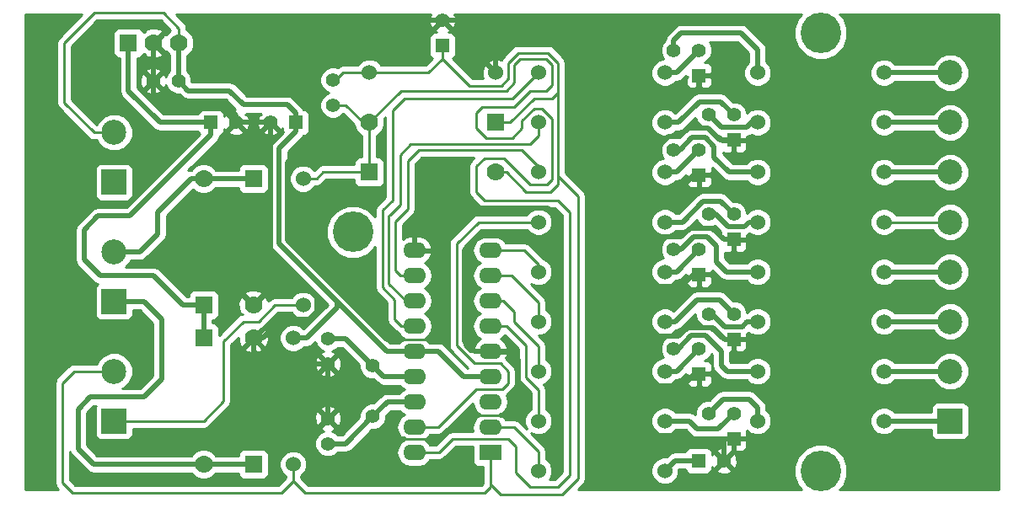
<source format=gtl>
%FSLAX34Y34*%
G04 Gerber Fmt 3.4, Leading zero omitted, Abs format*
G04 (created by PCBNEW (2014-01-29 BZR 4647)-product) date 30/01/2014 22:34:09*
%MOIN*%
G01*
G70*
G90*
G04 APERTURE LIST*
%ADD10C,0.005906*%
%ADD11C,0.060000*%
%ADD12R,0.055000X0.055000*%
%ADD13C,0.055000*%
%ADD14C,0.056000*%
%ADD15C,0.070000*%
%ADD16R,0.070000X0.070000*%
%ADD17R,0.098425X0.098425*%
%ADD18C,0.098425*%
%ADD19R,0.090000X0.062000*%
%ADD20O,0.090000X0.062000*%
%ADD21C,0.160000*%
%ADD22C,0.010000*%
%ADD23C,0.020000*%
G04 APERTURE END LIST*
G54D10*
G54D11*
X29389Y3149D03*
X34389Y3149D03*
X20728Y1181D03*
X25728Y1181D03*
X20728Y9055D03*
X25728Y9055D03*
X14035Y16929D03*
X19035Y16929D03*
X20728Y3149D03*
X25728Y3149D03*
X29389Y7086D03*
X34389Y7086D03*
X20728Y5118D03*
X25728Y5118D03*
X29389Y5118D03*
X34389Y5118D03*
X20728Y7086D03*
X25728Y7086D03*
X29389Y9055D03*
X34389Y9055D03*
X20728Y11023D03*
X25728Y11023D03*
X29389Y11023D03*
X34389Y11023D03*
X11417Y7736D03*
X11417Y12736D03*
X20728Y12992D03*
X25728Y12992D03*
X29389Y12992D03*
X34389Y12992D03*
X20728Y14960D03*
X25728Y14960D03*
X29389Y14960D03*
X34389Y14960D03*
X20728Y16929D03*
X25728Y16929D03*
X29389Y16929D03*
X34389Y16929D03*
G54D12*
X27059Y1574D03*
G54D13*
X28059Y1574D03*
G54D14*
X14173Y5330D03*
X14173Y3330D03*
G54D15*
X7480Y1437D03*
G54D16*
X7480Y6437D03*
G54D15*
X14035Y14960D03*
G54D16*
X19035Y14960D03*
G54D15*
X19035Y12992D03*
G54D16*
X14035Y12992D03*
G54D15*
X9448Y7736D03*
G54D16*
X9448Y12736D03*
G54D15*
X7480Y12736D03*
G54D16*
X7480Y7736D03*
G54D15*
X9448Y6437D03*
G54D16*
X9448Y1437D03*
G54D12*
X16929Y18003D03*
G54D13*
X16929Y19003D03*
G54D12*
X11129Y14960D03*
G54D13*
X10129Y14960D03*
G54D12*
X7767Y14960D03*
G54D13*
X8767Y14960D03*
X12401Y6405D03*
X12401Y5405D03*
X12401Y2255D03*
X12401Y3255D03*
X12598Y15641D03*
X12598Y16641D03*
X6484Y16614D03*
X5484Y16614D03*
G54D17*
X37007Y3149D03*
G54D18*
X37007Y5118D03*
X37007Y7086D03*
X37007Y9055D03*
X37007Y11023D03*
X37007Y12992D03*
X37007Y14960D03*
X37007Y16929D03*
G54D17*
X3937Y12598D03*
G54D18*
X3937Y14566D03*
G54D17*
X3937Y3149D03*
G54D18*
X3937Y5118D03*
G54D17*
X3937Y7874D03*
G54D18*
X3937Y9842D03*
G54D16*
X4511Y18110D03*
G54D15*
X5511Y18110D03*
X6511Y18110D03*
G54D19*
X18822Y1905D03*
G54D20*
X18822Y2905D03*
X18822Y3905D03*
X18822Y4905D03*
X18822Y5905D03*
X18822Y6905D03*
X18822Y7905D03*
X18822Y8905D03*
X18822Y9905D03*
X15822Y9905D03*
X15822Y8905D03*
X15822Y7905D03*
X15822Y6905D03*
X15822Y5905D03*
X15822Y4905D03*
X15822Y3905D03*
X15822Y2905D03*
X15822Y1905D03*
G54D21*
X31889Y1181D03*
X31889Y18503D03*
X13385Y10629D03*
G54D11*
X11023Y6437D03*
X11023Y1437D03*
G54D12*
X28452Y6389D03*
G54D13*
X28452Y7389D03*
X27452Y7389D03*
G54D12*
X27074Y16822D03*
G54D13*
X27074Y17822D03*
X26074Y17822D03*
G54D12*
X28452Y10326D03*
G54D13*
X28452Y11326D03*
X27452Y11326D03*
G54D12*
X28452Y14263D03*
G54D13*
X28452Y15263D03*
X27452Y15263D03*
G54D12*
X27074Y5011D03*
G54D13*
X27074Y6011D03*
X26074Y6011D03*
G54D12*
X27074Y8948D03*
G54D13*
X27074Y9948D03*
X26074Y9948D03*
G54D12*
X27074Y12885D03*
G54D13*
X27074Y13885D03*
X26074Y13885D03*
G54D12*
X28452Y2452D03*
G54D13*
X28452Y3452D03*
X27452Y3452D03*
G54D22*
X20078Y11889D02*
X18582Y11889D01*
X20393Y12519D02*
X19370Y13543D01*
X19370Y13543D02*
X18582Y13543D01*
X18582Y13543D02*
X18267Y13228D01*
X18267Y13228D02*
X18267Y12677D01*
X20078Y11889D02*
X21496Y11889D01*
X21496Y11889D02*
X21968Y11417D01*
X21968Y11417D02*
X21968Y1023D01*
X21968Y1023D02*
X21496Y551D01*
X21496Y551D02*
X20393Y551D01*
X20393Y551D02*
X19842Y1102D01*
X19842Y1102D02*
X19842Y2125D01*
X19842Y2125D02*
X19527Y2440D01*
X19527Y2440D02*
X17322Y2440D01*
X17322Y2440D02*
X16787Y1905D01*
X15822Y1905D02*
X16787Y1905D01*
X20787Y16220D02*
X21023Y16220D01*
X21023Y16220D02*
X21259Y16456D01*
X15295Y16220D02*
X14035Y14960D01*
X19448Y16220D02*
X15295Y16220D01*
X19763Y16535D02*
X19448Y16220D01*
X19763Y17244D02*
X19763Y16535D01*
X20000Y17480D02*
X19763Y17244D01*
X21023Y17480D02*
X20000Y17480D01*
X21259Y17244D02*
X21023Y17480D01*
X21259Y16456D02*
X21259Y17244D01*
X20866Y15511D02*
X20551Y15511D01*
X21059Y12519D02*
X21259Y12719D01*
X21259Y12719D02*
X21259Y15118D01*
X21259Y15118D02*
X20866Y15511D01*
X20393Y16220D02*
X20787Y16220D01*
X19763Y15590D02*
X20393Y16220D01*
X18503Y15590D02*
X19763Y15590D01*
X18267Y15354D02*
X18503Y15590D01*
X18267Y14724D02*
X18267Y15354D01*
X18661Y14330D02*
X18267Y14724D01*
X19685Y14330D02*
X18661Y14330D01*
X20078Y14724D02*
X19685Y14330D01*
X20078Y15039D02*
X20078Y14724D01*
X20551Y15511D02*
X20078Y15039D01*
X21059Y12519D02*
X20393Y12519D01*
X18267Y12204D02*
X18267Y12677D01*
X18582Y11889D02*
X18267Y12204D01*
X11417Y12736D02*
X11948Y12736D01*
X12204Y12992D02*
X14035Y12992D01*
X11948Y12736D02*
X12204Y12992D01*
X14035Y12992D02*
X14035Y14960D01*
X14035Y14960D02*
X13779Y14960D01*
X13098Y15641D02*
X12598Y15641D01*
X13779Y14960D02*
X13098Y15641D01*
X10039Y314D02*
X10551Y314D01*
X10551Y314D02*
X11023Y787D01*
X11811Y314D02*
X11496Y314D01*
X11496Y314D02*
X11023Y787D01*
X11023Y787D02*
X11023Y1437D01*
X18822Y866D02*
X18822Y555D01*
X1889Y708D02*
X1889Y1496D01*
X2283Y314D02*
X1889Y708D01*
X18582Y314D02*
X11811Y314D01*
X10039Y314D02*
X2283Y314D01*
X18822Y555D02*
X18582Y314D01*
X18822Y1905D02*
X18822Y866D01*
X18822Y866D02*
X18822Y625D01*
X19212Y236D02*
X20000Y236D01*
X18822Y625D02*
X19212Y236D01*
X3051Y5118D02*
X3937Y5118D01*
X2362Y5118D02*
X3051Y5118D01*
X1889Y4645D02*
X2362Y5118D01*
X1889Y1496D02*
X1889Y4645D01*
X20000Y236D02*
X21653Y236D01*
X22283Y12047D02*
X21496Y12834D01*
X22283Y866D02*
X22283Y12047D01*
X21653Y236D02*
X22283Y866D01*
X16929Y18003D02*
X16929Y17480D01*
X16929Y17480D02*
X17988Y16420D01*
X21496Y17322D02*
X21496Y17086D01*
X21496Y17086D02*
X21496Y16141D01*
X21102Y17716D02*
X21496Y17322D01*
X19921Y17716D02*
X21102Y17716D01*
X19527Y17322D02*
X19921Y17716D01*
X19527Y16692D02*
X19527Y17322D01*
X19255Y16420D02*
X19527Y16692D01*
X17988Y16420D02*
X19255Y16420D01*
X14035Y16929D02*
X16377Y16929D01*
X16377Y16929D02*
X16929Y17480D01*
X19035Y14960D02*
X19606Y14960D01*
X19606Y14960D02*
X20551Y15905D01*
X20551Y15905D02*
X21259Y15905D01*
X21259Y15905D02*
X21496Y16141D01*
X19035Y12992D02*
X19448Y12992D01*
X21181Y12204D02*
X21496Y12519D01*
X20236Y12204D02*
X21181Y12204D01*
X19448Y12992D02*
X20236Y12204D01*
X21496Y16141D02*
X21496Y12834D01*
X21496Y12834D02*
X21496Y12519D01*
X12598Y16641D02*
X12704Y16641D01*
X12992Y16929D02*
X14035Y16929D01*
X12704Y16641D02*
X12992Y16929D01*
X20728Y3149D02*
X20728Y4389D01*
X19472Y6905D02*
X18822Y6905D01*
X20236Y6141D02*
X19472Y6905D01*
X20236Y4881D02*
X20236Y6141D01*
X20728Y4389D02*
X20236Y4881D01*
X20728Y5118D02*
X20728Y6122D01*
X19338Y7905D02*
X18822Y7905D01*
X19763Y7480D02*
X19338Y7905D01*
X19763Y7086D02*
X19763Y7480D01*
X20728Y6122D02*
X19763Y7086D01*
X20728Y7086D02*
X20728Y7854D01*
X19677Y8905D02*
X18822Y8905D01*
X20728Y7854D02*
X19677Y8905D01*
X20728Y9055D02*
X20728Y9350D01*
X20173Y9905D02*
X18822Y9905D01*
X20728Y9350D02*
X20173Y9905D01*
X18188Y5433D02*
X19212Y5433D01*
X20728Y11023D02*
X20078Y11023D01*
X18267Y4409D02*
X16763Y2905D01*
X16763Y2905D02*
X15822Y2905D01*
X18188Y5433D02*
X17480Y6141D01*
X17480Y10157D02*
X17480Y6141D01*
X18346Y11023D02*
X17480Y10157D01*
X20078Y11023D02*
X18346Y11023D01*
X19291Y4409D02*
X18267Y4409D01*
X19527Y4645D02*
X19291Y4409D01*
X19527Y5118D02*
X19527Y4645D01*
X19212Y5433D02*
X19527Y5118D01*
X15822Y8905D02*
X15267Y8905D01*
X15551Y11535D02*
X15551Y11909D01*
X15062Y11046D02*
X15551Y11535D01*
X15062Y9111D02*
X15062Y11046D01*
X15267Y8905D02*
X15062Y9111D01*
X20728Y12992D02*
X20728Y13208D01*
X20078Y13858D02*
X15984Y13858D01*
X20728Y13208D02*
X20078Y13858D01*
X15551Y12834D02*
X15551Y13425D01*
X15551Y13425D02*
X15984Y13858D01*
X15551Y12834D02*
X15551Y11909D01*
X15822Y7905D02*
X15480Y7905D01*
X15255Y11712D02*
X14862Y11318D01*
X15255Y13188D02*
X15255Y11712D01*
X15669Y14094D02*
X15255Y13681D01*
X15255Y13681D02*
X15255Y13188D01*
X20728Y14429D02*
X20393Y14094D01*
X20393Y14094D02*
X15669Y14094D01*
X20728Y14429D02*
X20728Y14960D01*
X14803Y11259D02*
X14862Y11318D01*
X14803Y8582D02*
X14803Y11259D01*
X15480Y7905D02*
X14803Y8582D01*
X14960Y12992D02*
X14960Y15433D01*
X15433Y15905D02*
X19704Y15905D01*
X20728Y16929D02*
X19704Y15905D01*
X15299Y6905D02*
X15039Y7165D01*
X15039Y7165D02*
X15039Y7952D01*
X15039Y7952D02*
X14566Y8425D01*
X14566Y8425D02*
X14566Y11496D01*
X14566Y11496D02*
X14960Y11889D01*
X14960Y11889D02*
X14960Y12992D01*
X15299Y6905D02*
X15822Y6905D01*
X14960Y15433D02*
X15433Y15905D01*
G54D23*
X34389Y3149D02*
X37007Y3149D01*
X37007Y5118D02*
X34389Y5118D01*
X37007Y7086D02*
X34389Y7086D01*
X34389Y9055D02*
X37007Y9055D01*
G54D22*
X37007Y11023D02*
X34389Y11023D01*
G54D23*
X34389Y12992D02*
X37007Y12992D01*
X37007Y14960D02*
X34389Y14960D01*
X34389Y16929D02*
X37007Y16929D01*
X25826Y16043D02*
X26791Y16043D01*
X25393Y16043D02*
X25826Y16043D01*
X27074Y16326D02*
X27074Y16822D01*
X26791Y16043D02*
X27074Y16326D01*
X25196Y14074D02*
X25531Y14074D01*
X27901Y14263D02*
X28452Y14263D01*
X27440Y14724D02*
X27901Y14263D01*
X26614Y14724D02*
X27440Y14724D01*
X26299Y14409D02*
X26614Y14724D01*
X25866Y14409D02*
X26299Y14409D01*
X25531Y14074D02*
X25866Y14409D01*
X27074Y12885D02*
X26862Y12885D01*
X25964Y12283D02*
X25314Y12283D01*
X25314Y12283D02*
X24901Y12696D01*
X26259Y12283D02*
X25964Y12283D01*
X26862Y12885D02*
X26259Y12283D01*
X28452Y10326D02*
X28059Y10326D01*
X28059Y10326D02*
X27598Y10787D01*
X25393Y10433D02*
X26377Y10433D01*
X26377Y10433D02*
X26732Y10787D01*
X26732Y10787D02*
X27598Y10787D01*
X27074Y8948D02*
X26862Y8948D01*
X25984Y8464D02*
X25295Y8464D01*
X26377Y8464D02*
X25984Y8464D01*
X26862Y8948D02*
X26377Y8464D01*
X28452Y6389D02*
X28098Y6389D01*
X26259Y6496D02*
X25984Y6496D01*
X26614Y6850D02*
X26259Y6496D01*
X27637Y6850D02*
X26614Y6850D01*
X28098Y6389D02*
X27637Y6850D01*
X27074Y5011D02*
X26901Y5011D01*
X26417Y4527D02*
X25984Y4527D01*
X26901Y5011D02*
X26417Y4527D01*
X28059Y1574D02*
X28059Y2452D01*
X25984Y2559D02*
X26574Y2559D01*
X26574Y2559D02*
X26681Y2452D01*
X26681Y2452D02*
X28059Y2452D01*
X28059Y2452D02*
X28452Y2452D01*
X9448Y6437D02*
X9822Y6437D01*
X11968Y8110D02*
X11732Y8346D01*
X11968Y7480D02*
X11968Y8110D01*
X11653Y7165D02*
X11968Y7480D01*
X10551Y7165D02*
X11653Y7165D01*
X9822Y6437D02*
X10551Y7165D01*
X14251Y1496D02*
X12283Y1496D01*
X11811Y2665D02*
X12401Y3255D01*
X11811Y1968D02*
X11811Y2665D01*
X12283Y1496D02*
X11811Y1968D01*
X12401Y5405D02*
X9948Y5405D01*
X9448Y5905D02*
X9448Y6437D01*
X9948Y5405D02*
X9448Y5905D01*
X12401Y3255D02*
X12401Y5405D01*
X15118Y6377D02*
X14724Y6377D01*
X14724Y6377D02*
X12834Y8267D01*
X14251Y1496D02*
X15196Y2440D01*
X15196Y2440D02*
X15433Y2440D01*
G54D22*
X19212Y3385D02*
X18346Y3385D01*
G54D23*
X19921Y3700D02*
X19606Y3385D01*
X19921Y5590D02*
X19921Y3700D01*
X19606Y5905D02*
X19921Y5590D01*
X18822Y5905D02*
X19606Y5905D01*
X19606Y3385D02*
X19212Y3385D01*
X16850Y2440D02*
X17795Y3385D01*
X17795Y3385D02*
X18346Y3385D01*
X16850Y2440D02*
X16377Y2440D01*
G54D22*
X14251Y1496D02*
X15196Y2440D01*
X15196Y2440D02*
X15433Y2440D01*
X15433Y2440D02*
X16377Y2440D01*
X16377Y2440D02*
X16771Y2440D01*
G54D23*
X16456Y6377D02*
X16692Y6377D01*
X17086Y6771D02*
X17086Y11338D01*
X16692Y6377D02*
X17086Y6771D01*
X17086Y11338D02*
X17322Y11574D01*
X17322Y11574D02*
X21102Y11574D01*
X21102Y11574D02*
X21496Y11181D01*
X21496Y11181D02*
X21496Y10708D01*
X21496Y10708D02*
X21102Y10314D01*
X21102Y10314D02*
X19527Y10314D01*
X19527Y10314D02*
X19370Y10472D01*
X19370Y10472D02*
X18346Y10472D01*
X18346Y10472D02*
X17795Y9921D01*
X17795Y9921D02*
X17795Y6299D01*
X17795Y6299D02*
X18188Y5905D01*
X18188Y5905D02*
X18822Y5905D01*
X25984Y2559D02*
X25295Y2559D01*
X25295Y2559D02*
X24901Y2952D01*
X24901Y2952D02*
X24901Y4133D01*
X24901Y4133D02*
X25295Y4527D01*
X25984Y4527D02*
X25295Y4527D01*
X25295Y4527D02*
X24901Y4921D01*
X24901Y4921D02*
X24901Y6102D01*
X24901Y6102D02*
X25295Y6496D01*
X25984Y6496D02*
X25295Y6496D01*
X25295Y6496D02*
X24901Y6889D01*
X24901Y6889D02*
X24901Y8070D01*
X24901Y8070D02*
X25295Y8464D01*
X25295Y8464D02*
X24901Y8858D01*
X24901Y8858D02*
X24901Y9940D01*
X24901Y9940D02*
X25393Y10433D01*
X25393Y10433D02*
X24901Y10925D01*
X24901Y10925D02*
X24901Y11909D01*
X24901Y11909D02*
X25295Y12303D01*
X24901Y12696D02*
X24901Y13779D01*
X24901Y13779D02*
X25196Y14074D01*
X25393Y16043D02*
X24901Y15551D01*
X24901Y15551D02*
X24901Y14370D01*
X24901Y14370D02*
X25196Y14074D01*
X19035Y16929D02*
X19035Y18562D01*
X19035Y18562D02*
X19448Y18976D01*
X19448Y18976D02*
X24409Y18976D01*
X24409Y18976D02*
X24881Y18503D01*
X24881Y18503D02*
X24881Y16555D01*
X24881Y16555D02*
X25393Y16043D01*
X15354Y6377D02*
X15118Y6377D01*
X12834Y8267D02*
X10787Y10314D01*
X10787Y10314D02*
X10787Y13385D01*
X10787Y13385D02*
X11889Y14488D01*
X11889Y14488D02*
X11889Y17874D01*
X11889Y17874D02*
X13019Y19003D01*
X13019Y19003D02*
X18594Y19003D01*
X18594Y19003D02*
X19035Y18562D01*
G54D22*
X16944Y9905D02*
X17086Y9763D01*
X17086Y9763D02*
X17086Y6692D01*
X17086Y6692D02*
X16771Y6377D01*
X16771Y6377D02*
X16456Y6377D01*
X16456Y6377D02*
X16377Y6377D01*
X16929Y19003D02*
X13019Y19003D01*
X11889Y17874D02*
X13019Y19003D01*
X11889Y14488D02*
X11889Y17874D01*
X10787Y13385D02*
X11889Y14488D01*
X15354Y6377D02*
X16377Y6377D01*
X16944Y9905D02*
X16692Y9905D01*
X10787Y10314D02*
X10787Y13385D01*
X12834Y8267D02*
X10787Y10314D01*
G54D23*
X11732Y8346D02*
X10129Y9948D01*
X5511Y18110D02*
X5511Y16641D01*
X5511Y16641D02*
X5484Y16614D01*
X8767Y14960D02*
X8767Y15248D01*
X5484Y16090D02*
X5484Y16614D01*
X5905Y15669D02*
X5484Y16090D01*
X8346Y15669D02*
X5905Y15669D01*
X8767Y15248D02*
X8346Y15669D01*
X10129Y14960D02*
X8767Y14960D01*
X10129Y14960D02*
X10129Y9948D01*
X10129Y9948D02*
X10129Y9870D01*
X10129Y8417D02*
X9448Y7736D01*
X10129Y9870D02*
X10129Y8417D01*
G54D22*
X19035Y18267D02*
X19035Y18562D01*
X24881Y18503D02*
X24881Y17716D01*
X24409Y18976D02*
X24881Y18503D01*
X19448Y18976D02*
X24409Y18976D01*
X19035Y18562D02*
X19448Y18976D01*
X19035Y16929D02*
X19035Y18267D01*
X19035Y18267D02*
X19035Y18602D01*
X18633Y19003D02*
X17874Y19003D01*
X19035Y18602D02*
X18633Y19003D01*
X20000Y11574D02*
X17322Y11574D01*
X20393Y10314D02*
X19527Y10314D01*
X17795Y10000D02*
X17795Y6141D01*
X18267Y10472D02*
X17795Y10000D01*
X19370Y10472D02*
X18267Y10472D01*
X19527Y10314D02*
X19370Y10472D01*
X18031Y5905D02*
X17795Y6141D01*
X18031Y5905D02*
X18822Y5905D01*
X20393Y10314D02*
X21102Y10314D01*
X21102Y10314D02*
X21496Y10708D01*
X21496Y10708D02*
X21496Y11181D01*
X21496Y11181D02*
X21102Y11574D01*
X21102Y11574D02*
X20000Y11574D01*
X17086Y10078D02*
X17086Y11338D01*
X16692Y9905D02*
X16913Y9905D01*
X16913Y9905D02*
X17086Y10078D01*
X17322Y11574D02*
X17086Y11338D01*
X15822Y9905D02*
X16692Y9905D01*
X15822Y9905D02*
X16047Y9905D01*
X19448Y5905D02*
X18822Y5905D01*
X16929Y19003D02*
X17874Y19003D01*
X24881Y16555D02*
X25393Y16043D01*
X24881Y17716D02*
X24881Y16555D01*
X24901Y4133D02*
X25295Y4527D01*
X24901Y2952D02*
X24901Y4133D01*
X25295Y2559D02*
X24901Y2952D01*
X25984Y2559D02*
X25295Y2559D01*
X25984Y4527D02*
X25295Y4527D01*
X24901Y6102D02*
X25295Y6496D01*
X25295Y4527D02*
X24901Y4921D01*
X24901Y4921D02*
X24901Y6102D01*
X24901Y8070D02*
X25295Y8464D01*
X24901Y6889D02*
X24901Y8070D01*
X25295Y6496D02*
X24901Y6889D01*
X25984Y6496D02*
X25295Y6496D01*
X24901Y9940D02*
X25393Y10433D01*
X24901Y8858D02*
X24901Y9940D01*
X25295Y8464D02*
X24901Y8858D01*
X24901Y11909D02*
X25295Y12303D01*
X24901Y10925D02*
X24901Y11909D01*
X25393Y10433D02*
X24901Y10925D01*
X24901Y13779D02*
X25196Y14074D01*
X24901Y12696D02*
X24901Y13779D01*
X25295Y12303D02*
X24901Y12696D01*
X25984Y12303D02*
X25295Y12303D01*
X24901Y14370D02*
X25196Y14074D01*
X24901Y15551D02*
X24901Y14370D01*
X25393Y16043D02*
X24901Y15551D01*
G54D23*
X29389Y11023D02*
X29055Y11023D01*
X27728Y11326D02*
X27452Y11326D01*
X28228Y10826D02*
X27728Y11326D01*
X28858Y10826D02*
X28228Y10826D01*
X29055Y11023D02*
X28858Y10826D01*
X25728Y14960D02*
X26259Y14960D01*
X27929Y15787D02*
X28452Y15263D01*
X27086Y15787D02*
X27929Y15787D01*
X26259Y14960D02*
X27086Y15787D01*
X29389Y14960D02*
X29173Y14960D01*
X27952Y14763D02*
X27452Y15263D01*
X28976Y14763D02*
X27952Y14763D01*
X29173Y14960D02*
X28976Y14763D01*
X29389Y12992D02*
X28267Y12992D01*
X26326Y13885D02*
X26074Y13885D01*
X26811Y14370D02*
X26326Y13885D01*
X27322Y14370D02*
X26811Y14370D01*
X27677Y14015D02*
X27322Y14370D01*
X27677Y13582D02*
X27677Y14015D01*
X28267Y12992D02*
X27677Y13582D01*
X25728Y5118D02*
X26181Y5118D01*
X26181Y5118D02*
X27074Y6011D01*
X26074Y6011D02*
X26248Y6011D01*
X28188Y5118D02*
X29389Y5118D01*
X27952Y5354D02*
X28188Y5118D01*
X27952Y5905D02*
X27952Y5354D01*
X27322Y6535D02*
X27952Y5905D01*
X26771Y6535D02*
X27322Y6535D01*
X26248Y6011D02*
X26771Y6535D01*
X25728Y12992D02*
X26181Y12992D01*
X26181Y12992D02*
X27074Y13885D01*
X29389Y3149D02*
X29389Y3681D01*
X28015Y4015D02*
X27452Y3452D01*
X29055Y4015D02*
X28015Y4015D01*
X29389Y3681D02*
X29055Y4015D01*
X25728Y9055D02*
X26181Y9055D01*
X26181Y9055D02*
X27074Y9948D01*
X26074Y9948D02*
X26366Y9948D01*
X26850Y10433D02*
X27401Y10433D01*
X26366Y9948D02*
X26850Y10433D01*
X28149Y9055D02*
X29389Y9055D01*
X27755Y9448D02*
X28149Y9055D01*
X27755Y10078D02*
X27755Y9448D01*
X27401Y10433D02*
X27755Y10078D01*
X25728Y7086D02*
X26141Y7086D01*
X27889Y7952D02*
X28452Y7389D01*
X27007Y7952D02*
X27889Y7952D01*
X26141Y7086D02*
X27007Y7952D01*
X29389Y7086D02*
X28976Y7086D01*
X27610Y7389D02*
X27452Y7389D01*
X28110Y6889D02*
X27610Y7389D01*
X28779Y6889D02*
X28110Y6889D01*
X28976Y7086D02*
X28779Y6889D01*
X25728Y3149D02*
X26692Y3149D01*
X27834Y2834D02*
X28452Y3452D01*
X27007Y2834D02*
X27834Y2834D01*
X26692Y3149D02*
X27007Y2834D01*
X26074Y17822D02*
X26074Y18200D01*
X26074Y18200D02*
X26377Y18503D01*
X26377Y18503D02*
X28740Y18503D01*
X28740Y18503D02*
X29389Y17854D01*
X29389Y17854D02*
X29389Y16929D01*
G54D22*
X29389Y17854D02*
X29389Y16929D01*
X28740Y18503D02*
X29389Y17854D01*
X26377Y18503D02*
X28740Y18503D01*
X26074Y18200D02*
X26377Y18503D01*
G54D23*
X25728Y16929D02*
X26181Y16929D01*
X26181Y16929D02*
X27074Y17822D01*
G54D22*
X26181Y16929D02*
X27074Y17822D01*
X11417Y7736D02*
X10295Y7736D01*
X7480Y3149D02*
X3937Y3149D01*
X8267Y3937D02*
X7480Y3149D01*
X8267Y6299D02*
X8267Y3937D01*
X9055Y7086D02*
X8267Y6299D01*
X9645Y7086D02*
X9055Y7086D01*
X10295Y7736D02*
X9645Y7086D01*
X18822Y2905D02*
X19771Y2905D01*
X19771Y2905D02*
X20728Y1948D01*
X20728Y1948D02*
X20728Y1181D01*
G54D23*
X9448Y12736D02*
X7480Y12736D01*
X7480Y12736D02*
X6988Y12736D01*
X4960Y9842D02*
X3937Y9842D01*
X5669Y10551D02*
X4960Y9842D01*
X5669Y11417D02*
X5669Y10551D01*
X6988Y12736D02*
X5669Y11417D01*
X7480Y1437D02*
X9448Y1437D01*
X3937Y7874D02*
X5118Y7874D01*
X3129Y1437D02*
X7480Y1437D01*
X2519Y2047D02*
X3129Y1437D01*
X2519Y3622D02*
X2519Y2047D01*
X2992Y4094D02*
X2519Y3622D01*
X5118Y4094D02*
X2992Y4094D01*
X5826Y4803D02*
X5118Y4094D01*
X5826Y7165D02*
X5826Y4803D01*
X5118Y7874D02*
X5826Y7165D01*
X6062Y14960D02*
X5748Y14960D01*
X5748Y14960D02*
X4511Y16196D01*
X7480Y6437D02*
X7480Y7736D01*
X7480Y7736D02*
X6673Y7736D01*
X7767Y14460D02*
X7767Y14960D01*
X4566Y11259D02*
X7767Y14460D01*
X3307Y11259D02*
X4566Y11259D01*
X2755Y10708D02*
X3307Y11259D01*
X2755Y9527D02*
X2755Y10708D01*
X3385Y8897D02*
X2755Y9527D01*
X5511Y8897D02*
X3385Y8897D01*
X6673Y7736D02*
X5511Y8897D01*
X4511Y18110D02*
X4511Y16196D01*
X6062Y14960D02*
X7767Y14960D01*
X12401Y6405D02*
X13098Y6405D01*
X13098Y6405D02*
X14173Y5330D01*
X15822Y4905D02*
X14598Y4905D01*
X14598Y4905D02*
X14173Y5330D01*
X12401Y2255D02*
X13098Y2255D01*
X13098Y2255D02*
X14173Y3330D01*
X15822Y3905D02*
X14748Y3905D01*
X14748Y3905D02*
X14173Y3330D01*
X25728Y1181D02*
X26122Y1574D01*
X26122Y1574D02*
X27059Y1574D01*
G54D22*
X27059Y1574D02*
X26122Y1574D01*
G54D23*
X25728Y11023D02*
X26417Y11023D01*
X27929Y11850D02*
X28452Y11326D01*
X27244Y11850D02*
X27929Y11850D01*
X26417Y11023D02*
X27244Y11850D01*
X11023Y6437D02*
X11555Y6437D01*
X12755Y7637D02*
X12755Y7874D01*
X11555Y6437D02*
X12755Y7637D01*
X15196Y5905D02*
X14724Y5905D01*
X14724Y5905D02*
X12755Y7874D01*
X12755Y7874D02*
X12519Y8110D01*
X18822Y4905D02*
X17771Y4905D01*
X16771Y5905D02*
X15822Y5905D01*
X17771Y4905D02*
X16771Y5905D01*
X15822Y5905D02*
X15196Y5905D01*
X11129Y14594D02*
X11129Y14960D01*
X12519Y8110D02*
X10472Y10157D01*
X10472Y10157D02*
X10472Y13937D01*
X10472Y13937D02*
X11129Y14594D01*
X11129Y14960D02*
X11129Y15326D01*
X11129Y15326D02*
X10787Y15669D01*
X10787Y15669D02*
X9055Y15669D01*
X9055Y15669D02*
X8503Y16220D01*
X8503Y16220D02*
X6877Y16220D01*
X6877Y16220D02*
X6484Y16614D01*
X6484Y16614D02*
X6484Y18082D01*
X6484Y18082D02*
X6511Y18110D01*
G54D22*
X6511Y18110D02*
X6511Y18685D01*
X3149Y14566D02*
X1968Y15748D01*
X1968Y15748D02*
X1968Y18110D01*
X3937Y14566D02*
X3149Y14566D01*
X6511Y18685D02*
X5905Y19291D01*
X5905Y19291D02*
X3149Y19291D01*
X3149Y19291D02*
X1968Y18110D01*
X6511Y16641D02*
X6484Y16614D01*
X11129Y14751D02*
X11129Y14960D01*
G54D10*
G36*
X18428Y3405D02*
X18273Y3301D01*
X18151Y3119D01*
X18109Y2905D01*
X18141Y2740D01*
X17322Y2740D01*
X17208Y2718D01*
X17110Y2653D01*
X16663Y2205D01*
X16436Y2205D01*
X16372Y2301D01*
X16216Y2405D01*
X16372Y2509D01*
X16436Y2605D01*
X16763Y2605D01*
X16763Y2605D01*
X16878Y2628D01*
X16878Y2628D01*
X16975Y2693D01*
X18122Y3839D01*
X18151Y3691D01*
X18273Y3509D01*
X18428Y3405D01*
X18428Y3405D01*
G37*
G54D22*
X18428Y3405D02*
X18273Y3301D01*
X18151Y3119D01*
X18109Y2905D01*
X18141Y2740D01*
X17322Y2740D01*
X17208Y2718D01*
X17110Y2653D01*
X16663Y2205D01*
X16436Y2205D01*
X16372Y2301D01*
X16216Y2405D01*
X16372Y2509D01*
X16436Y2605D01*
X16763Y2605D01*
X16763Y2605D01*
X16878Y2628D01*
X16878Y2628D01*
X16975Y2693D01*
X18122Y3839D01*
X18151Y3691D01*
X18273Y3509D01*
X18428Y3405D01*
G54D10*
G36*
X18522Y679D02*
X18458Y614D01*
X11811Y614D01*
X11620Y614D01*
X11323Y911D01*
X11323Y965D01*
X11334Y970D01*
X11489Y1125D01*
X11573Y1327D01*
X11573Y1545D01*
X11490Y1748D01*
X11335Y1903D01*
X11133Y1986D01*
X10914Y1987D01*
X10712Y1903D01*
X10557Y1748D01*
X10473Y1546D01*
X10473Y1328D01*
X10557Y1125D01*
X10711Y971D01*
X10723Y966D01*
X10723Y911D01*
X10426Y614D01*
X10053Y614D01*
X10053Y6343D01*
X10043Y6581D01*
X9971Y6754D01*
X9870Y6788D01*
X9519Y6437D01*
X9870Y6085D01*
X9971Y6119D01*
X10053Y6343D01*
X10053Y614D01*
X10039Y614D01*
X2407Y614D01*
X2189Y832D01*
X2189Y1496D01*
X2189Y1946D01*
X2196Y1913D01*
X2272Y1799D01*
X2882Y1189D01*
X2995Y1113D01*
X2995Y1113D01*
X3129Y1087D01*
X6981Y1087D01*
X7139Y928D01*
X7360Y837D01*
X7599Y836D01*
X7819Y928D01*
X7978Y1087D01*
X8848Y1087D01*
X8848Y1037D01*
X8886Y945D01*
X8957Y875D01*
X9048Y837D01*
X9148Y836D01*
X9848Y836D01*
X9940Y874D01*
X10010Y945D01*
X10048Y1037D01*
X10048Y1136D01*
X10048Y1836D01*
X10010Y1928D01*
X9940Y1998D01*
X9848Y2036D01*
X9800Y2037D01*
X9800Y6014D01*
X9448Y6366D01*
X9097Y6014D01*
X9130Y5914D01*
X9355Y5832D01*
X9593Y5842D01*
X9766Y5914D01*
X9800Y6014D01*
X9800Y2037D01*
X9749Y2037D01*
X9049Y2037D01*
X8957Y1999D01*
X8887Y1928D01*
X8848Y1836D01*
X8848Y1787D01*
X7978Y1787D01*
X7820Y1945D01*
X7600Y2036D01*
X7361Y2037D01*
X7140Y1945D01*
X6981Y1787D01*
X3274Y1787D01*
X2869Y2192D01*
X2869Y3477D01*
X3137Y3744D01*
X3216Y3744D01*
X3194Y3691D01*
X3194Y3592D01*
X3194Y2607D01*
X3232Y2516D01*
X3303Y2445D01*
X3394Y2407D01*
X3494Y2407D01*
X4478Y2407D01*
X4570Y2445D01*
X4640Y2515D01*
X4679Y2607D01*
X4679Y2706D01*
X4679Y2849D01*
X7480Y2849D01*
X7480Y2849D01*
X7595Y2872D01*
X7595Y2872D01*
X7692Y2937D01*
X8479Y3724D01*
X8544Y3822D01*
X8567Y3937D01*
X8567Y3937D01*
X8567Y6174D01*
X8847Y6454D01*
X8854Y6292D01*
X8926Y6119D01*
X9026Y6085D01*
X9378Y6437D01*
X9372Y6442D01*
X9443Y6513D01*
X9448Y6507D01*
X9748Y6806D01*
X9760Y6809D01*
X9760Y6809D01*
X9857Y6874D01*
X10419Y7436D01*
X10946Y7436D01*
X10950Y7425D01*
X11105Y7270D01*
X11307Y7186D01*
X11526Y7186D01*
X11728Y7269D01*
X11883Y7424D01*
X11967Y7626D01*
X11967Y7845D01*
X11883Y8047D01*
X11729Y8202D01*
X11527Y8286D01*
X11308Y8286D01*
X11106Y8202D01*
X10951Y8048D01*
X10946Y8036D01*
X10295Y8036D01*
X10180Y8013D01*
X10083Y7948D01*
X10035Y7900D01*
X9971Y8054D01*
X9870Y8087D01*
X9800Y8016D01*
X9800Y8158D01*
X9766Y8258D01*
X9542Y8340D01*
X9304Y8330D01*
X9130Y8258D01*
X9097Y8158D01*
X9448Y7806D01*
X9800Y8158D01*
X9800Y8016D01*
X9519Y7736D01*
X9525Y7730D01*
X9454Y7659D01*
X9448Y7665D01*
X9443Y7659D01*
X9378Y7725D01*
X9372Y7730D01*
X9378Y7736D01*
X9026Y8087D01*
X8926Y8054D01*
X8844Y7829D01*
X8854Y7591D01*
X8926Y7418D01*
X9026Y7384D01*
X9021Y7380D01*
X8940Y7363D01*
X8842Y7298D01*
X8080Y6536D01*
X8080Y6836D01*
X8042Y6928D01*
X7972Y6998D01*
X7880Y7036D01*
X7830Y7037D01*
X7830Y7136D01*
X7879Y7136D01*
X7971Y7174D01*
X8042Y7244D01*
X8080Y7336D01*
X8080Y7435D01*
X8080Y8135D01*
X8042Y8227D01*
X7972Y8298D01*
X7880Y8336D01*
X7780Y8336D01*
X7080Y8336D01*
X6988Y8298D01*
X6918Y8228D01*
X6880Y8136D01*
X6880Y8086D01*
X6818Y8086D01*
X5759Y9145D01*
X5645Y9220D01*
X5511Y9247D01*
X4391Y9247D01*
X4565Y9421D01*
X4595Y9492D01*
X4960Y9492D01*
X5094Y9519D01*
X5094Y9519D01*
X5208Y9595D01*
X5916Y10303D01*
X5992Y10417D01*
X6019Y10551D01*
X6019Y11272D01*
X7057Y12310D01*
X7139Y12227D01*
X7360Y12136D01*
X7599Y12136D01*
X7819Y12227D01*
X7978Y12386D01*
X8848Y12386D01*
X8848Y12336D01*
X8886Y12244D01*
X8957Y12174D01*
X9048Y12136D01*
X9148Y12136D01*
X9848Y12136D01*
X9940Y12174D01*
X10010Y12244D01*
X10048Y12336D01*
X10048Y12435D01*
X10048Y13135D01*
X10010Y13227D01*
X9940Y13298D01*
X9848Y13336D01*
X9749Y13336D01*
X9297Y13336D01*
X9064Y13336D01*
X9064Y14592D01*
X8767Y14889D01*
X8470Y14592D01*
X8494Y14500D01*
X8691Y14430D01*
X8900Y14442D01*
X9040Y14500D01*
X9064Y14592D01*
X9064Y13336D01*
X9049Y13336D01*
X8957Y13298D01*
X8887Y13228D01*
X8848Y13136D01*
X8848Y13086D01*
X7978Y13086D01*
X7820Y13244D01*
X7600Y13336D01*
X7361Y13336D01*
X7140Y13245D01*
X6980Y13084D01*
X6863Y13061D01*
X8015Y14213D01*
X8091Y14326D01*
X8114Y14444D01*
X8184Y14473D01*
X8254Y14543D01*
X8292Y14635D01*
X8292Y14722D01*
X8307Y14687D01*
X8399Y14663D01*
X8697Y14960D01*
X8399Y15257D01*
X8307Y15233D01*
X8292Y15192D01*
X8292Y15285D01*
X8254Y15377D01*
X8184Y15447D01*
X8092Y15485D01*
X7993Y15485D01*
X7443Y15485D01*
X7351Y15447D01*
X7280Y15377D01*
X7253Y15310D01*
X6062Y15310D01*
X5893Y15310D01*
X5781Y15422D01*
X5781Y16246D01*
X5484Y16543D01*
X5413Y16472D01*
X5413Y16614D01*
X5116Y16911D01*
X5023Y16886D01*
X4954Y16689D01*
X4965Y16481D01*
X5023Y16341D01*
X5116Y16317D01*
X5413Y16614D01*
X5413Y16472D01*
X5187Y16246D01*
X5211Y16153D01*
X5408Y16084D01*
X5617Y16095D01*
X5757Y16153D01*
X5781Y16246D01*
X5781Y15422D01*
X4861Y16341D01*
X4861Y17510D01*
X4911Y17510D01*
X5003Y17548D01*
X5073Y17618D01*
X5093Y17665D01*
X5115Y17642D01*
X5160Y17688D01*
X5193Y17587D01*
X5418Y17505D01*
X5656Y17515D01*
X5829Y17587D01*
X5863Y17688D01*
X5511Y18039D01*
X5506Y18033D01*
X5435Y18104D01*
X5441Y18110D01*
X5435Y18115D01*
X5506Y18186D01*
X5511Y18180D01*
X5863Y18532D01*
X5829Y18632D01*
X5605Y18714D01*
X5367Y18704D01*
X5193Y18632D01*
X5160Y18532D01*
X5115Y18577D01*
X5093Y18555D01*
X5073Y18601D01*
X5003Y18672D01*
X4911Y18710D01*
X4812Y18710D01*
X4112Y18710D01*
X4020Y18672D01*
X3949Y18602D01*
X3911Y18510D01*
X3911Y18410D01*
X3911Y17710D01*
X3949Y17618D01*
X4020Y17548D01*
X4111Y17510D01*
X4161Y17510D01*
X4161Y16196D01*
X4188Y16062D01*
X4264Y15949D01*
X5500Y14713D01*
X5614Y14637D01*
X5748Y14610D01*
X6062Y14610D01*
X7253Y14610D01*
X7280Y14544D01*
X7318Y14506D01*
X4679Y11867D01*
X4679Y12155D01*
X4679Y13140D01*
X4641Y13231D01*
X4570Y13302D01*
X4479Y13340D01*
X4379Y13340D01*
X3395Y13340D01*
X3303Y13302D01*
X3233Y13232D01*
X3194Y13140D01*
X3194Y13041D01*
X3194Y12056D01*
X3232Y11964D01*
X3303Y11894D01*
X3394Y11856D01*
X3494Y11856D01*
X4478Y11856D01*
X4570Y11894D01*
X4640Y11964D01*
X4679Y12056D01*
X4679Y12155D01*
X4679Y11867D01*
X4421Y11609D01*
X3307Y11609D01*
X3173Y11583D01*
X3059Y11507D01*
X3059Y11507D01*
X3059Y11507D01*
X2508Y10956D01*
X2432Y10842D01*
X2405Y10708D01*
X2405Y9527D01*
X2432Y9393D01*
X2508Y9280D01*
X3138Y8650D01*
X3138Y8650D01*
X3251Y8574D01*
X3291Y8566D01*
X3233Y8507D01*
X3194Y8416D01*
X3194Y8316D01*
X3194Y7332D01*
X3232Y7240D01*
X3303Y7170D01*
X3394Y7131D01*
X3494Y7131D01*
X4478Y7131D01*
X4570Y7169D01*
X4640Y7240D01*
X4679Y7331D01*
X4679Y7431D01*
X4679Y7524D01*
X4973Y7524D01*
X5476Y7020D01*
X5476Y4948D01*
X4973Y4444D01*
X4250Y4444D01*
X4356Y4488D01*
X4565Y4697D01*
X4679Y4969D01*
X4679Y5265D01*
X4566Y5537D01*
X4357Y5746D01*
X4085Y5860D01*
X3790Y5860D01*
X3517Y5747D01*
X3308Y5539D01*
X3258Y5418D01*
X3051Y5418D01*
X2362Y5418D01*
X2247Y5395D01*
X2150Y5330D01*
X1677Y4857D01*
X1612Y4760D01*
X1589Y4645D01*
X1589Y1496D01*
X1589Y708D01*
X1612Y593D01*
X1677Y496D01*
X1730Y443D01*
X443Y443D01*
X443Y19241D01*
X2675Y19241D01*
X1756Y18322D01*
X1691Y18225D01*
X1668Y18110D01*
X1668Y15748D01*
X1691Y15633D01*
X1756Y15535D01*
X2937Y14354D01*
X2937Y14354D01*
X3034Y14289D01*
X3149Y14266D01*
X3257Y14266D01*
X3307Y14147D01*
X3516Y13938D01*
X3788Y13824D01*
X4083Y13824D01*
X4356Y13937D01*
X4565Y14145D01*
X4679Y14418D01*
X4679Y14713D01*
X4566Y14986D01*
X4357Y15195D01*
X4085Y15308D01*
X3790Y15309D01*
X3517Y15196D01*
X3308Y14987D01*
X3262Y14878D01*
X2268Y15872D01*
X2268Y17985D01*
X3273Y18991D01*
X5781Y18991D01*
X6162Y18609D01*
X6003Y18450D01*
X5999Y18439D01*
X5933Y18461D01*
X5863Y18390D01*
X5582Y18110D01*
X5933Y17758D01*
X5998Y17780D01*
X6002Y17770D01*
X6134Y17639D01*
X6134Y17006D01*
X6039Y16911D01*
X5986Y16785D01*
X5944Y16886D01*
X5863Y16908D01*
X5852Y16911D01*
X5781Y16840D01*
X5781Y16981D01*
X5757Y17074D01*
X5560Y17144D01*
X5351Y17132D01*
X5211Y17074D01*
X5187Y16981D01*
X5484Y16684D01*
X5781Y16981D01*
X5781Y16840D01*
X5554Y16614D01*
X5852Y16317D01*
X5944Y16341D01*
X5983Y16451D01*
X6038Y16317D01*
X6186Y16169D01*
X6379Y16089D01*
X6514Y16089D01*
X6630Y15972D01*
X6744Y15897D01*
X6877Y15870D01*
X8358Y15870D01*
X8744Y15485D01*
X8634Y15479D01*
X8494Y15421D01*
X8470Y15328D01*
X8767Y15031D01*
X8773Y15036D01*
X8843Y14966D01*
X8838Y14960D01*
X9135Y14663D01*
X9228Y14687D01*
X9297Y14884D01*
X9286Y15093D01*
X9228Y15233D01*
X9135Y15257D01*
X9180Y15303D01*
X9164Y15319D01*
X9732Y15319D01*
X9716Y15303D01*
X9762Y15257D01*
X9669Y15233D01*
X9600Y15036D01*
X9611Y14827D01*
X9669Y14687D01*
X9762Y14663D01*
X10059Y14960D01*
X10053Y14966D01*
X10124Y15036D01*
X10129Y15031D01*
X10135Y15036D01*
X10206Y14966D01*
X10200Y14960D01*
X10497Y14663D01*
X10590Y14687D01*
X10604Y14728D01*
X10604Y14636D01*
X10625Y14585D01*
X10427Y14386D01*
X10427Y14592D01*
X10129Y14889D01*
X10059Y14819D01*
X9832Y14592D01*
X9857Y14500D01*
X10054Y14430D01*
X10262Y14442D01*
X10402Y14500D01*
X10427Y14592D01*
X10427Y14386D01*
X10224Y14184D01*
X10149Y14070D01*
X10122Y13937D01*
X10122Y10157D01*
X10149Y10023D01*
X10224Y9909D01*
X12272Y7862D01*
X12379Y7755D01*
X11430Y6807D01*
X11335Y6903D01*
X11133Y6986D01*
X10914Y6987D01*
X10712Y6903D01*
X10557Y6748D01*
X10473Y6546D01*
X10473Y6328D01*
X10557Y6125D01*
X10711Y5971D01*
X10913Y5887D01*
X11132Y5886D01*
X11334Y5970D01*
X11451Y6087D01*
X11555Y6087D01*
X11689Y6113D01*
X11689Y6113D01*
X11802Y6189D01*
X11887Y6274D01*
X11956Y6108D01*
X12103Y5960D01*
X12230Y5908D01*
X12128Y5866D01*
X12104Y5773D01*
X12401Y5476D01*
X12698Y5773D01*
X12674Y5866D01*
X12564Y5904D01*
X12698Y5960D01*
X12794Y6055D01*
X12953Y6055D01*
X13643Y5365D01*
X13643Y5225D01*
X13723Y5030D01*
X13872Y4881D01*
X14067Y4800D01*
X14208Y4800D01*
X14350Y4658D01*
X14350Y4658D01*
X14464Y4582D01*
X14598Y4555D01*
X15242Y4555D01*
X15273Y4509D01*
X15428Y4405D01*
X15273Y4301D01*
X15242Y4255D01*
X14748Y4255D01*
X14748Y4255D01*
X14614Y4228D01*
X14500Y4152D01*
X14500Y4152D01*
X14208Y3860D01*
X14068Y3860D01*
X13873Y3780D01*
X13724Y3631D01*
X13643Y3436D01*
X13643Y3295D01*
X12953Y2605D01*
X12931Y2605D01*
X12931Y3180D01*
X12931Y5329D01*
X12920Y5538D01*
X12862Y5678D01*
X12769Y5702D01*
X12472Y5405D01*
X12769Y5108D01*
X12862Y5132D01*
X12931Y5329D01*
X12931Y3180D01*
X12920Y3388D01*
X12862Y3528D01*
X12769Y3552D01*
X12698Y3482D01*
X12698Y3623D01*
X12698Y5037D01*
X12401Y5334D01*
X12330Y5264D01*
X12330Y5405D01*
X12033Y5702D01*
X11941Y5678D01*
X11871Y5481D01*
X11883Y5272D01*
X11941Y5132D01*
X12033Y5108D01*
X12330Y5405D01*
X12330Y5264D01*
X12104Y5037D01*
X12128Y4944D01*
X12325Y4875D01*
X12534Y4886D01*
X12674Y4944D01*
X12698Y5037D01*
X12698Y3623D01*
X12674Y3716D01*
X12477Y3785D01*
X12268Y3774D01*
X12128Y3716D01*
X12104Y3623D01*
X12401Y3326D01*
X12698Y3623D01*
X12698Y3482D01*
X12472Y3255D01*
X12769Y2958D01*
X12862Y2983D01*
X12931Y3180D01*
X12931Y2605D01*
X12793Y2605D01*
X12699Y2700D01*
X12572Y2753D01*
X12674Y2795D01*
X12698Y2888D01*
X12401Y3185D01*
X12330Y3114D01*
X12330Y3255D01*
X12033Y3552D01*
X11941Y3528D01*
X11871Y3331D01*
X11883Y3123D01*
X11941Y2983D01*
X12033Y2958D01*
X12330Y3255D01*
X12330Y3114D01*
X12104Y2888D01*
X12128Y2795D01*
X12238Y2756D01*
X12104Y2701D01*
X11956Y2553D01*
X11876Y2360D01*
X11876Y2151D01*
X11956Y1958D01*
X12103Y1811D01*
X12296Y1730D01*
X12505Y1730D01*
X12698Y1810D01*
X12794Y1905D01*
X13098Y1905D01*
X13232Y1932D01*
X13232Y1932D01*
X13345Y2008D01*
X14138Y2800D01*
X14278Y2800D01*
X14473Y2881D01*
X14622Y3030D01*
X14703Y3224D01*
X14703Y3365D01*
X14893Y3555D01*
X15242Y3555D01*
X15273Y3509D01*
X15428Y3405D01*
X15273Y3301D01*
X15151Y3119D01*
X15109Y2905D01*
X15151Y2691D01*
X15273Y2509D01*
X15428Y2405D01*
X15273Y2301D01*
X15151Y2119D01*
X15109Y1905D01*
X15151Y1691D01*
X15273Y1509D01*
X15454Y1388D01*
X15669Y1345D01*
X15976Y1345D01*
X16190Y1388D01*
X16372Y1509D01*
X16436Y1605D01*
X16787Y1605D01*
X16787Y1605D01*
X16902Y1628D01*
X16902Y1628D01*
X16999Y1693D01*
X17447Y2140D01*
X18122Y2140D01*
X18122Y1546D01*
X18160Y1454D01*
X18231Y1383D01*
X18322Y1345D01*
X18422Y1345D01*
X18522Y1345D01*
X18522Y866D01*
X18522Y679D01*
X18522Y679D01*
G37*
G54D22*
X18522Y679D02*
X18458Y614D01*
X11811Y614D01*
X11620Y614D01*
X11323Y911D01*
X11323Y965D01*
X11334Y970D01*
X11489Y1125D01*
X11573Y1327D01*
X11573Y1545D01*
X11490Y1748D01*
X11335Y1903D01*
X11133Y1986D01*
X10914Y1987D01*
X10712Y1903D01*
X10557Y1748D01*
X10473Y1546D01*
X10473Y1328D01*
X10557Y1125D01*
X10711Y971D01*
X10723Y966D01*
X10723Y911D01*
X10426Y614D01*
X10053Y614D01*
X10053Y6343D01*
X10043Y6581D01*
X9971Y6754D01*
X9870Y6788D01*
X9519Y6437D01*
X9870Y6085D01*
X9971Y6119D01*
X10053Y6343D01*
X10053Y614D01*
X10039Y614D01*
X2407Y614D01*
X2189Y832D01*
X2189Y1496D01*
X2189Y1946D01*
X2196Y1913D01*
X2272Y1799D01*
X2882Y1189D01*
X2995Y1113D01*
X2995Y1113D01*
X3129Y1087D01*
X6981Y1087D01*
X7139Y928D01*
X7360Y837D01*
X7599Y836D01*
X7819Y928D01*
X7978Y1087D01*
X8848Y1087D01*
X8848Y1037D01*
X8886Y945D01*
X8957Y875D01*
X9048Y837D01*
X9148Y836D01*
X9848Y836D01*
X9940Y874D01*
X10010Y945D01*
X10048Y1037D01*
X10048Y1136D01*
X10048Y1836D01*
X10010Y1928D01*
X9940Y1998D01*
X9848Y2036D01*
X9800Y2037D01*
X9800Y6014D01*
X9448Y6366D01*
X9097Y6014D01*
X9130Y5914D01*
X9355Y5832D01*
X9593Y5842D01*
X9766Y5914D01*
X9800Y6014D01*
X9800Y2037D01*
X9749Y2037D01*
X9049Y2037D01*
X8957Y1999D01*
X8887Y1928D01*
X8848Y1836D01*
X8848Y1787D01*
X7978Y1787D01*
X7820Y1945D01*
X7600Y2036D01*
X7361Y2037D01*
X7140Y1945D01*
X6981Y1787D01*
X3274Y1787D01*
X2869Y2192D01*
X2869Y3477D01*
X3137Y3744D01*
X3216Y3744D01*
X3194Y3691D01*
X3194Y3592D01*
X3194Y2607D01*
X3232Y2516D01*
X3303Y2445D01*
X3394Y2407D01*
X3494Y2407D01*
X4478Y2407D01*
X4570Y2445D01*
X4640Y2515D01*
X4679Y2607D01*
X4679Y2706D01*
X4679Y2849D01*
X7480Y2849D01*
X7480Y2849D01*
X7595Y2872D01*
X7595Y2872D01*
X7692Y2937D01*
X8479Y3724D01*
X8544Y3822D01*
X8567Y3937D01*
X8567Y3937D01*
X8567Y6174D01*
X8847Y6454D01*
X8854Y6292D01*
X8926Y6119D01*
X9026Y6085D01*
X9378Y6437D01*
X9372Y6442D01*
X9443Y6513D01*
X9448Y6507D01*
X9748Y6806D01*
X9760Y6809D01*
X9760Y6809D01*
X9857Y6874D01*
X10419Y7436D01*
X10946Y7436D01*
X10950Y7425D01*
X11105Y7270D01*
X11307Y7186D01*
X11526Y7186D01*
X11728Y7269D01*
X11883Y7424D01*
X11967Y7626D01*
X11967Y7845D01*
X11883Y8047D01*
X11729Y8202D01*
X11527Y8286D01*
X11308Y8286D01*
X11106Y8202D01*
X10951Y8048D01*
X10946Y8036D01*
X10295Y8036D01*
X10180Y8013D01*
X10083Y7948D01*
X10035Y7900D01*
X9971Y8054D01*
X9870Y8087D01*
X9800Y8016D01*
X9800Y8158D01*
X9766Y8258D01*
X9542Y8340D01*
X9304Y8330D01*
X9130Y8258D01*
X9097Y8158D01*
X9448Y7806D01*
X9800Y8158D01*
X9800Y8016D01*
X9519Y7736D01*
X9525Y7730D01*
X9454Y7659D01*
X9448Y7665D01*
X9443Y7659D01*
X9378Y7725D01*
X9372Y7730D01*
X9378Y7736D01*
X9026Y8087D01*
X8926Y8054D01*
X8844Y7829D01*
X8854Y7591D01*
X8926Y7418D01*
X9026Y7384D01*
X9021Y7380D01*
X8940Y7363D01*
X8842Y7298D01*
X8080Y6536D01*
X8080Y6836D01*
X8042Y6928D01*
X7972Y6998D01*
X7880Y7036D01*
X7830Y7037D01*
X7830Y7136D01*
X7879Y7136D01*
X7971Y7174D01*
X8042Y7244D01*
X8080Y7336D01*
X8080Y7435D01*
X8080Y8135D01*
X8042Y8227D01*
X7972Y8298D01*
X7880Y8336D01*
X7780Y8336D01*
X7080Y8336D01*
X6988Y8298D01*
X6918Y8228D01*
X6880Y8136D01*
X6880Y8086D01*
X6818Y8086D01*
X5759Y9145D01*
X5645Y9220D01*
X5511Y9247D01*
X4391Y9247D01*
X4565Y9421D01*
X4595Y9492D01*
X4960Y9492D01*
X5094Y9519D01*
X5094Y9519D01*
X5208Y9595D01*
X5916Y10303D01*
X5992Y10417D01*
X6019Y10551D01*
X6019Y11272D01*
X7057Y12310D01*
X7139Y12227D01*
X7360Y12136D01*
X7599Y12136D01*
X7819Y12227D01*
X7978Y12386D01*
X8848Y12386D01*
X8848Y12336D01*
X8886Y12244D01*
X8957Y12174D01*
X9048Y12136D01*
X9148Y12136D01*
X9848Y12136D01*
X9940Y12174D01*
X10010Y12244D01*
X10048Y12336D01*
X10048Y12435D01*
X10048Y13135D01*
X10010Y13227D01*
X9940Y13298D01*
X9848Y13336D01*
X9749Y13336D01*
X9297Y13336D01*
X9064Y13336D01*
X9064Y14592D01*
X8767Y14889D01*
X8470Y14592D01*
X8494Y14500D01*
X8691Y14430D01*
X8900Y14442D01*
X9040Y14500D01*
X9064Y14592D01*
X9064Y13336D01*
X9049Y13336D01*
X8957Y13298D01*
X8887Y13228D01*
X8848Y13136D01*
X8848Y13086D01*
X7978Y13086D01*
X7820Y13244D01*
X7600Y13336D01*
X7361Y13336D01*
X7140Y13245D01*
X6980Y13084D01*
X6863Y13061D01*
X8015Y14213D01*
X8091Y14326D01*
X8114Y14444D01*
X8184Y14473D01*
X8254Y14543D01*
X8292Y14635D01*
X8292Y14722D01*
X8307Y14687D01*
X8399Y14663D01*
X8697Y14960D01*
X8399Y15257D01*
X8307Y15233D01*
X8292Y15192D01*
X8292Y15285D01*
X8254Y15377D01*
X8184Y15447D01*
X8092Y15485D01*
X7993Y15485D01*
X7443Y15485D01*
X7351Y15447D01*
X7280Y15377D01*
X7253Y15310D01*
X6062Y15310D01*
X5893Y15310D01*
X5781Y15422D01*
X5781Y16246D01*
X5484Y16543D01*
X5413Y16472D01*
X5413Y16614D01*
X5116Y16911D01*
X5023Y16886D01*
X4954Y16689D01*
X4965Y16481D01*
X5023Y16341D01*
X5116Y16317D01*
X5413Y16614D01*
X5413Y16472D01*
X5187Y16246D01*
X5211Y16153D01*
X5408Y16084D01*
X5617Y16095D01*
X5757Y16153D01*
X5781Y16246D01*
X5781Y15422D01*
X4861Y16341D01*
X4861Y17510D01*
X4911Y17510D01*
X5003Y17548D01*
X5073Y17618D01*
X5093Y17665D01*
X5115Y17642D01*
X5160Y17688D01*
X5193Y17587D01*
X5418Y17505D01*
X5656Y17515D01*
X5829Y17587D01*
X5863Y17688D01*
X5511Y18039D01*
X5506Y18033D01*
X5435Y18104D01*
X5441Y18110D01*
X5435Y18115D01*
X5506Y18186D01*
X5511Y18180D01*
X5863Y18532D01*
X5829Y18632D01*
X5605Y18714D01*
X5367Y18704D01*
X5193Y18632D01*
X5160Y18532D01*
X5115Y18577D01*
X5093Y18555D01*
X5073Y18601D01*
X5003Y18672D01*
X4911Y18710D01*
X4812Y18710D01*
X4112Y18710D01*
X4020Y18672D01*
X3949Y18602D01*
X3911Y18510D01*
X3911Y18410D01*
X3911Y17710D01*
X3949Y17618D01*
X4020Y17548D01*
X4111Y17510D01*
X4161Y17510D01*
X4161Y16196D01*
X4188Y16062D01*
X4264Y15949D01*
X5500Y14713D01*
X5614Y14637D01*
X5748Y14610D01*
X6062Y14610D01*
X7253Y14610D01*
X7280Y14544D01*
X7318Y14506D01*
X4679Y11867D01*
X4679Y12155D01*
X4679Y13140D01*
X4641Y13231D01*
X4570Y13302D01*
X4479Y13340D01*
X4379Y13340D01*
X3395Y13340D01*
X3303Y13302D01*
X3233Y13232D01*
X3194Y13140D01*
X3194Y13041D01*
X3194Y12056D01*
X3232Y11964D01*
X3303Y11894D01*
X3394Y11856D01*
X3494Y11856D01*
X4478Y11856D01*
X4570Y11894D01*
X4640Y11964D01*
X4679Y12056D01*
X4679Y12155D01*
X4679Y11867D01*
X4421Y11609D01*
X3307Y11609D01*
X3173Y11583D01*
X3059Y11507D01*
X3059Y11507D01*
X3059Y11507D01*
X2508Y10956D01*
X2432Y10842D01*
X2405Y10708D01*
X2405Y9527D01*
X2432Y9393D01*
X2508Y9280D01*
X3138Y8650D01*
X3138Y8650D01*
X3251Y8574D01*
X3291Y8566D01*
X3233Y8507D01*
X3194Y8416D01*
X3194Y8316D01*
X3194Y7332D01*
X3232Y7240D01*
X3303Y7170D01*
X3394Y7131D01*
X3494Y7131D01*
X4478Y7131D01*
X4570Y7169D01*
X4640Y7240D01*
X4679Y7331D01*
X4679Y7431D01*
X4679Y7524D01*
X4973Y7524D01*
X5476Y7020D01*
X5476Y4948D01*
X4973Y4444D01*
X4250Y4444D01*
X4356Y4488D01*
X4565Y4697D01*
X4679Y4969D01*
X4679Y5265D01*
X4566Y5537D01*
X4357Y5746D01*
X4085Y5860D01*
X3790Y5860D01*
X3517Y5747D01*
X3308Y5539D01*
X3258Y5418D01*
X3051Y5418D01*
X2362Y5418D01*
X2247Y5395D01*
X2150Y5330D01*
X1677Y4857D01*
X1612Y4760D01*
X1589Y4645D01*
X1589Y1496D01*
X1589Y708D01*
X1612Y593D01*
X1677Y496D01*
X1730Y443D01*
X443Y443D01*
X443Y19241D01*
X2675Y19241D01*
X1756Y18322D01*
X1691Y18225D01*
X1668Y18110D01*
X1668Y15748D01*
X1691Y15633D01*
X1756Y15535D01*
X2937Y14354D01*
X2937Y14354D01*
X3034Y14289D01*
X3149Y14266D01*
X3257Y14266D01*
X3307Y14147D01*
X3516Y13938D01*
X3788Y13824D01*
X4083Y13824D01*
X4356Y13937D01*
X4565Y14145D01*
X4679Y14418D01*
X4679Y14713D01*
X4566Y14986D01*
X4357Y15195D01*
X4085Y15308D01*
X3790Y15309D01*
X3517Y15196D01*
X3308Y14987D01*
X3262Y14878D01*
X2268Y15872D01*
X2268Y17985D01*
X3273Y18991D01*
X5781Y18991D01*
X6162Y18609D01*
X6003Y18450D01*
X5999Y18439D01*
X5933Y18461D01*
X5863Y18390D01*
X5582Y18110D01*
X5933Y17758D01*
X5998Y17780D01*
X6002Y17770D01*
X6134Y17639D01*
X6134Y17006D01*
X6039Y16911D01*
X5986Y16785D01*
X5944Y16886D01*
X5863Y16908D01*
X5852Y16911D01*
X5781Y16840D01*
X5781Y16981D01*
X5757Y17074D01*
X5560Y17144D01*
X5351Y17132D01*
X5211Y17074D01*
X5187Y16981D01*
X5484Y16684D01*
X5781Y16981D01*
X5781Y16840D01*
X5554Y16614D01*
X5852Y16317D01*
X5944Y16341D01*
X5983Y16451D01*
X6038Y16317D01*
X6186Y16169D01*
X6379Y16089D01*
X6514Y16089D01*
X6630Y15972D01*
X6744Y15897D01*
X6877Y15870D01*
X8358Y15870D01*
X8744Y15485D01*
X8634Y15479D01*
X8494Y15421D01*
X8470Y15328D01*
X8767Y15031D01*
X8773Y15036D01*
X8843Y14966D01*
X8838Y14960D01*
X9135Y14663D01*
X9228Y14687D01*
X9297Y14884D01*
X9286Y15093D01*
X9228Y15233D01*
X9135Y15257D01*
X9180Y15303D01*
X9164Y15319D01*
X9732Y15319D01*
X9716Y15303D01*
X9762Y15257D01*
X9669Y15233D01*
X9600Y15036D01*
X9611Y14827D01*
X9669Y14687D01*
X9762Y14663D01*
X10059Y14960D01*
X10053Y14966D01*
X10124Y15036D01*
X10129Y15031D01*
X10135Y15036D01*
X10206Y14966D01*
X10200Y14960D01*
X10497Y14663D01*
X10590Y14687D01*
X10604Y14728D01*
X10604Y14636D01*
X10625Y14585D01*
X10427Y14386D01*
X10427Y14592D01*
X10129Y14889D01*
X10059Y14819D01*
X9832Y14592D01*
X9857Y14500D01*
X10054Y14430D01*
X10262Y14442D01*
X10402Y14500D01*
X10427Y14592D01*
X10427Y14386D01*
X10224Y14184D01*
X10149Y14070D01*
X10122Y13937D01*
X10122Y10157D01*
X10149Y10023D01*
X10224Y9909D01*
X12272Y7862D01*
X12379Y7755D01*
X11430Y6807D01*
X11335Y6903D01*
X11133Y6986D01*
X10914Y6987D01*
X10712Y6903D01*
X10557Y6748D01*
X10473Y6546D01*
X10473Y6328D01*
X10557Y6125D01*
X10711Y5971D01*
X10913Y5887D01*
X11132Y5886D01*
X11334Y5970D01*
X11451Y6087D01*
X11555Y6087D01*
X11689Y6113D01*
X11689Y6113D01*
X11802Y6189D01*
X11887Y6274D01*
X11956Y6108D01*
X12103Y5960D01*
X12230Y5908D01*
X12128Y5866D01*
X12104Y5773D01*
X12401Y5476D01*
X12698Y5773D01*
X12674Y5866D01*
X12564Y5904D01*
X12698Y5960D01*
X12794Y6055D01*
X12953Y6055D01*
X13643Y5365D01*
X13643Y5225D01*
X13723Y5030D01*
X13872Y4881D01*
X14067Y4800D01*
X14208Y4800D01*
X14350Y4658D01*
X14350Y4658D01*
X14464Y4582D01*
X14598Y4555D01*
X15242Y4555D01*
X15273Y4509D01*
X15428Y4405D01*
X15273Y4301D01*
X15242Y4255D01*
X14748Y4255D01*
X14748Y4255D01*
X14614Y4228D01*
X14500Y4152D01*
X14500Y4152D01*
X14208Y3860D01*
X14068Y3860D01*
X13873Y3780D01*
X13724Y3631D01*
X13643Y3436D01*
X13643Y3295D01*
X12953Y2605D01*
X12931Y2605D01*
X12931Y3180D01*
X12931Y5329D01*
X12920Y5538D01*
X12862Y5678D01*
X12769Y5702D01*
X12472Y5405D01*
X12769Y5108D01*
X12862Y5132D01*
X12931Y5329D01*
X12931Y3180D01*
X12920Y3388D01*
X12862Y3528D01*
X12769Y3552D01*
X12698Y3482D01*
X12698Y3623D01*
X12698Y5037D01*
X12401Y5334D01*
X12330Y5264D01*
X12330Y5405D01*
X12033Y5702D01*
X11941Y5678D01*
X11871Y5481D01*
X11883Y5272D01*
X11941Y5132D01*
X12033Y5108D01*
X12330Y5405D01*
X12330Y5264D01*
X12104Y5037D01*
X12128Y4944D01*
X12325Y4875D01*
X12534Y4886D01*
X12674Y4944D01*
X12698Y5037D01*
X12698Y3623D01*
X12674Y3716D01*
X12477Y3785D01*
X12268Y3774D01*
X12128Y3716D01*
X12104Y3623D01*
X12401Y3326D01*
X12698Y3623D01*
X12698Y3482D01*
X12472Y3255D01*
X12769Y2958D01*
X12862Y2983D01*
X12931Y3180D01*
X12931Y2605D01*
X12793Y2605D01*
X12699Y2700D01*
X12572Y2753D01*
X12674Y2795D01*
X12698Y2888D01*
X12401Y3185D01*
X12330Y3114D01*
X12330Y3255D01*
X12033Y3552D01*
X11941Y3528D01*
X11871Y3331D01*
X11883Y3123D01*
X11941Y2983D01*
X12033Y2958D01*
X12330Y3255D01*
X12330Y3114D01*
X12104Y2888D01*
X12128Y2795D01*
X12238Y2756D01*
X12104Y2701D01*
X11956Y2553D01*
X11876Y2360D01*
X11876Y2151D01*
X11956Y1958D01*
X12103Y1811D01*
X12296Y1730D01*
X12505Y1730D01*
X12698Y1810D01*
X12794Y1905D01*
X13098Y1905D01*
X13232Y1932D01*
X13232Y1932D01*
X13345Y2008D01*
X14138Y2800D01*
X14278Y2800D01*
X14473Y2881D01*
X14622Y3030D01*
X14703Y3224D01*
X14703Y3365D01*
X14893Y3555D01*
X15242Y3555D01*
X15273Y3509D01*
X15428Y3405D01*
X15273Y3301D01*
X15151Y3119D01*
X15109Y2905D01*
X15151Y2691D01*
X15273Y2509D01*
X15428Y2405D01*
X15273Y2301D01*
X15151Y2119D01*
X15109Y1905D01*
X15151Y1691D01*
X15273Y1509D01*
X15454Y1388D01*
X15669Y1345D01*
X15976Y1345D01*
X16190Y1388D01*
X16372Y1509D01*
X16436Y1605D01*
X16787Y1605D01*
X16787Y1605D01*
X16902Y1628D01*
X16902Y1628D01*
X16999Y1693D01*
X17447Y2140D01*
X18122Y2140D01*
X18122Y1546D01*
X18160Y1454D01*
X18231Y1383D01*
X18322Y1345D01*
X18422Y1345D01*
X18522Y1345D01*
X18522Y866D01*
X18522Y679D01*
G54D10*
G36*
X20428Y3620D02*
X20417Y3616D01*
X20262Y3461D01*
X20178Y3259D01*
X20178Y3040D01*
X20260Y2840D01*
X19983Y3117D01*
X19886Y3182D01*
X19771Y3205D01*
X19436Y3205D01*
X19372Y3301D01*
X19216Y3405D01*
X19372Y3509D01*
X19493Y3691D01*
X19536Y3905D01*
X19493Y4119D01*
X19461Y4168D01*
X19461Y4168D01*
X19503Y4197D01*
X19739Y4433D01*
X19804Y4530D01*
X19827Y4645D01*
X19827Y4645D01*
X19827Y5118D01*
X19827Y5118D01*
X19804Y5232D01*
X19739Y5330D01*
X19739Y5330D01*
X19440Y5629D01*
X19499Y5737D01*
X19505Y5768D01*
X19457Y5855D01*
X18872Y5855D01*
X18872Y5847D01*
X18772Y5847D01*
X18772Y5855D01*
X18764Y5855D01*
X18764Y5955D01*
X18772Y5955D01*
X18772Y5963D01*
X18872Y5963D01*
X18872Y5955D01*
X19457Y5955D01*
X19505Y6042D01*
X19499Y6073D01*
X19394Y6266D01*
X19223Y6403D01*
X19216Y6405D01*
X19372Y6509D01*
X19401Y6552D01*
X19936Y6017D01*
X19936Y4881D01*
X19959Y4767D01*
X20024Y4669D01*
X20428Y4265D01*
X20428Y3620D01*
X20428Y3620D01*
G37*
G54D22*
X20428Y3620D02*
X20417Y3616D01*
X20262Y3461D01*
X20178Y3259D01*
X20178Y3040D01*
X20260Y2840D01*
X19983Y3117D01*
X19886Y3182D01*
X19771Y3205D01*
X19436Y3205D01*
X19372Y3301D01*
X19216Y3405D01*
X19372Y3509D01*
X19493Y3691D01*
X19536Y3905D01*
X19493Y4119D01*
X19461Y4168D01*
X19461Y4168D01*
X19503Y4197D01*
X19739Y4433D01*
X19804Y4530D01*
X19827Y4645D01*
X19827Y4645D01*
X19827Y5118D01*
X19827Y5118D01*
X19804Y5232D01*
X19739Y5330D01*
X19739Y5330D01*
X19440Y5629D01*
X19499Y5737D01*
X19505Y5768D01*
X19457Y5855D01*
X18872Y5855D01*
X18872Y5847D01*
X18772Y5847D01*
X18772Y5855D01*
X18764Y5855D01*
X18764Y5955D01*
X18772Y5955D01*
X18772Y5963D01*
X18872Y5963D01*
X18872Y5955D01*
X19457Y5955D01*
X19505Y6042D01*
X19499Y6073D01*
X19394Y6266D01*
X19223Y6403D01*
X19216Y6405D01*
X19372Y6509D01*
X19401Y6552D01*
X19936Y6017D01*
X19936Y4881D01*
X19959Y4767D01*
X20024Y4669D01*
X20428Y4265D01*
X20428Y3620D01*
G54D10*
G36*
X21668Y1147D02*
X21371Y851D01*
X21176Y851D01*
X21194Y869D01*
X21278Y1071D01*
X21278Y1290D01*
X21194Y1492D01*
X21040Y1647D01*
X21028Y1652D01*
X21028Y1948D01*
X21028Y1948D01*
X21005Y2063D01*
X20940Y2160D01*
X20940Y2160D01*
X20418Y2682D01*
X20618Y2599D01*
X20837Y2599D01*
X21039Y2683D01*
X21194Y2837D01*
X21278Y3039D01*
X21278Y3258D01*
X21194Y3460D01*
X21040Y3615D01*
X21028Y3620D01*
X21028Y4389D01*
X21028Y4389D01*
X21005Y4504D01*
X20940Y4601D01*
X20940Y4601D01*
X20934Y4608D01*
X21039Y4651D01*
X21194Y4806D01*
X21278Y5008D01*
X21278Y5227D01*
X21194Y5429D01*
X21040Y5584D01*
X21028Y5589D01*
X21028Y6122D01*
X21005Y6236D01*
X20940Y6334D01*
X20940Y6334D01*
X20738Y6536D01*
X20837Y6536D01*
X21039Y6620D01*
X21194Y6774D01*
X21278Y6976D01*
X21278Y7195D01*
X21194Y7397D01*
X21040Y7552D01*
X21028Y7557D01*
X21028Y7854D01*
X21005Y7969D01*
X20940Y8066D01*
X20940Y8066D01*
X20418Y8588D01*
X20618Y8505D01*
X20837Y8505D01*
X21039Y8588D01*
X21194Y8743D01*
X21278Y8945D01*
X21278Y9164D01*
X21194Y9366D01*
X21040Y9521D01*
X20940Y9562D01*
X20385Y10117D01*
X20288Y10182D01*
X20173Y10205D01*
X19436Y10205D01*
X19372Y10301D01*
X19190Y10422D01*
X18976Y10465D01*
X18669Y10465D01*
X18454Y10422D01*
X18273Y10301D01*
X18151Y10119D01*
X18109Y9905D01*
X18151Y9691D01*
X18273Y9509D01*
X18428Y9405D01*
X18273Y9301D01*
X18151Y9119D01*
X18109Y8905D01*
X18151Y8691D01*
X18273Y8509D01*
X18428Y8405D01*
X18273Y8301D01*
X18151Y8119D01*
X18109Y7905D01*
X18151Y7691D01*
X18273Y7509D01*
X18428Y7405D01*
X18273Y7301D01*
X18151Y7119D01*
X18109Y6905D01*
X18151Y6691D01*
X18273Y6509D01*
X18428Y6405D01*
X18422Y6403D01*
X18251Y6266D01*
X18146Y6073D01*
X18139Y6042D01*
X18187Y5955D01*
X18122Y5955D01*
X18122Y5923D01*
X17780Y6265D01*
X17780Y10033D01*
X18470Y10723D01*
X20078Y10723D01*
X20257Y10723D01*
X20261Y10712D01*
X20416Y10557D01*
X20618Y10473D01*
X20837Y10473D01*
X21039Y10557D01*
X21194Y10711D01*
X21278Y10913D01*
X21278Y11132D01*
X21194Y11334D01*
X21040Y11489D01*
X20838Y11573D01*
X20619Y11573D01*
X20417Y11490D01*
X20262Y11335D01*
X20257Y11323D01*
X20078Y11323D01*
X18346Y11323D01*
X18231Y11300D01*
X18134Y11235D01*
X17268Y10369D01*
X17203Y10272D01*
X17180Y10157D01*
X17180Y6141D01*
X17203Y6026D01*
X17268Y5929D01*
X17942Y5255D01*
X17916Y5255D01*
X17019Y6152D01*
X16905Y6228D01*
X16771Y6255D01*
X16403Y6255D01*
X16372Y6301D01*
X16216Y6405D01*
X16372Y6509D01*
X16493Y6691D01*
X16536Y6905D01*
X16493Y7119D01*
X16372Y7301D01*
X16216Y7405D01*
X16372Y7509D01*
X16493Y7691D01*
X16536Y7905D01*
X16493Y8119D01*
X16372Y8301D01*
X16216Y8405D01*
X16372Y8509D01*
X16493Y8691D01*
X16536Y8905D01*
X16493Y9119D01*
X16372Y9301D01*
X16216Y9405D01*
X16223Y9407D01*
X16394Y9544D01*
X16499Y9737D01*
X16505Y9768D01*
X16505Y10042D01*
X16499Y10073D01*
X16394Y10266D01*
X16223Y10403D01*
X16012Y10465D01*
X15872Y10465D01*
X15872Y9955D01*
X16457Y9955D01*
X16505Y10042D01*
X16505Y9768D01*
X16457Y9855D01*
X15872Y9855D01*
X15872Y9847D01*
X15772Y9847D01*
X15772Y9855D01*
X15764Y9855D01*
X15764Y9955D01*
X15772Y9955D01*
X15772Y10465D01*
X15632Y10465D01*
X15422Y10403D01*
X15362Y10355D01*
X15362Y10922D01*
X15763Y11323D01*
X15763Y11323D01*
X15828Y11420D01*
X15851Y11535D01*
X15851Y11535D01*
X15851Y11909D01*
X15851Y12834D01*
X15851Y13300D01*
X16108Y13558D01*
X18173Y13558D01*
X18055Y13440D01*
X17990Y13343D01*
X17967Y13228D01*
X17967Y12677D01*
X17967Y12204D01*
X17990Y12089D01*
X18055Y11992D01*
X18370Y11677D01*
X18370Y11677D01*
X18467Y11612D01*
X18582Y11589D01*
X18582Y11589D01*
X20078Y11589D01*
X21371Y11589D01*
X21668Y11293D01*
X21668Y1147D01*
X21668Y1147D01*
G37*
G54D22*
X21668Y1147D02*
X21371Y851D01*
X21176Y851D01*
X21194Y869D01*
X21278Y1071D01*
X21278Y1290D01*
X21194Y1492D01*
X21040Y1647D01*
X21028Y1652D01*
X21028Y1948D01*
X21028Y1948D01*
X21005Y2063D01*
X20940Y2160D01*
X20940Y2160D01*
X20418Y2682D01*
X20618Y2599D01*
X20837Y2599D01*
X21039Y2683D01*
X21194Y2837D01*
X21278Y3039D01*
X21278Y3258D01*
X21194Y3460D01*
X21040Y3615D01*
X21028Y3620D01*
X21028Y4389D01*
X21028Y4389D01*
X21005Y4504D01*
X20940Y4601D01*
X20940Y4601D01*
X20934Y4608D01*
X21039Y4651D01*
X21194Y4806D01*
X21278Y5008D01*
X21278Y5227D01*
X21194Y5429D01*
X21040Y5584D01*
X21028Y5589D01*
X21028Y6122D01*
X21005Y6236D01*
X20940Y6334D01*
X20940Y6334D01*
X20738Y6536D01*
X20837Y6536D01*
X21039Y6620D01*
X21194Y6774D01*
X21278Y6976D01*
X21278Y7195D01*
X21194Y7397D01*
X21040Y7552D01*
X21028Y7557D01*
X21028Y7854D01*
X21005Y7969D01*
X20940Y8066D01*
X20940Y8066D01*
X20418Y8588D01*
X20618Y8505D01*
X20837Y8505D01*
X21039Y8588D01*
X21194Y8743D01*
X21278Y8945D01*
X21278Y9164D01*
X21194Y9366D01*
X21040Y9521D01*
X20940Y9562D01*
X20385Y10117D01*
X20288Y10182D01*
X20173Y10205D01*
X19436Y10205D01*
X19372Y10301D01*
X19190Y10422D01*
X18976Y10465D01*
X18669Y10465D01*
X18454Y10422D01*
X18273Y10301D01*
X18151Y10119D01*
X18109Y9905D01*
X18151Y9691D01*
X18273Y9509D01*
X18428Y9405D01*
X18273Y9301D01*
X18151Y9119D01*
X18109Y8905D01*
X18151Y8691D01*
X18273Y8509D01*
X18428Y8405D01*
X18273Y8301D01*
X18151Y8119D01*
X18109Y7905D01*
X18151Y7691D01*
X18273Y7509D01*
X18428Y7405D01*
X18273Y7301D01*
X18151Y7119D01*
X18109Y6905D01*
X18151Y6691D01*
X18273Y6509D01*
X18428Y6405D01*
X18422Y6403D01*
X18251Y6266D01*
X18146Y6073D01*
X18139Y6042D01*
X18187Y5955D01*
X18122Y5955D01*
X18122Y5923D01*
X17780Y6265D01*
X17780Y10033D01*
X18470Y10723D01*
X20078Y10723D01*
X20257Y10723D01*
X20261Y10712D01*
X20416Y10557D01*
X20618Y10473D01*
X20837Y10473D01*
X21039Y10557D01*
X21194Y10711D01*
X21278Y10913D01*
X21278Y11132D01*
X21194Y11334D01*
X21040Y11489D01*
X20838Y11573D01*
X20619Y11573D01*
X20417Y11490D01*
X20262Y11335D01*
X20257Y11323D01*
X20078Y11323D01*
X18346Y11323D01*
X18231Y11300D01*
X18134Y11235D01*
X17268Y10369D01*
X17203Y10272D01*
X17180Y10157D01*
X17180Y6141D01*
X17203Y6026D01*
X17268Y5929D01*
X17942Y5255D01*
X17916Y5255D01*
X17019Y6152D01*
X16905Y6228D01*
X16771Y6255D01*
X16403Y6255D01*
X16372Y6301D01*
X16216Y6405D01*
X16372Y6509D01*
X16493Y6691D01*
X16536Y6905D01*
X16493Y7119D01*
X16372Y7301D01*
X16216Y7405D01*
X16372Y7509D01*
X16493Y7691D01*
X16536Y7905D01*
X16493Y8119D01*
X16372Y8301D01*
X16216Y8405D01*
X16372Y8509D01*
X16493Y8691D01*
X16536Y8905D01*
X16493Y9119D01*
X16372Y9301D01*
X16216Y9405D01*
X16223Y9407D01*
X16394Y9544D01*
X16499Y9737D01*
X16505Y9768D01*
X16505Y10042D01*
X16499Y10073D01*
X16394Y10266D01*
X16223Y10403D01*
X16012Y10465D01*
X15872Y10465D01*
X15872Y9955D01*
X16457Y9955D01*
X16505Y10042D01*
X16505Y9768D01*
X16457Y9855D01*
X15872Y9855D01*
X15872Y9847D01*
X15772Y9847D01*
X15772Y9855D01*
X15764Y9855D01*
X15764Y9955D01*
X15772Y9955D01*
X15772Y10465D01*
X15632Y10465D01*
X15422Y10403D01*
X15362Y10355D01*
X15362Y10922D01*
X15763Y11323D01*
X15763Y11323D01*
X15828Y11420D01*
X15851Y11535D01*
X15851Y11535D01*
X15851Y11909D01*
X15851Y12834D01*
X15851Y13300D01*
X16108Y13558D01*
X18173Y13558D01*
X18055Y13440D01*
X17990Y13343D01*
X17967Y13228D01*
X17967Y12677D01*
X17967Y12204D01*
X17990Y12089D01*
X18055Y11992D01*
X18370Y11677D01*
X18370Y11677D01*
X18467Y11612D01*
X18582Y11589D01*
X18582Y11589D01*
X20078Y11589D01*
X21371Y11589D01*
X21668Y11293D01*
X21668Y1147D01*
G54D10*
G36*
X27990Y6439D02*
X27927Y6439D01*
X27927Y6425D01*
X27570Y6782D01*
X27456Y6858D01*
X27426Y6864D01*
X27556Y6864D01*
X27615Y6889D01*
X27862Y6642D01*
X27927Y6598D01*
X27927Y6502D01*
X27990Y6439D01*
X27990Y6439D01*
G37*
G54D22*
X27990Y6439D02*
X27927Y6439D01*
X27927Y6425D01*
X27570Y6782D01*
X27456Y6858D01*
X27426Y6864D01*
X27556Y6864D01*
X27615Y6889D01*
X27862Y6642D01*
X27927Y6598D01*
X27927Y6502D01*
X27990Y6439D01*
G54D10*
G36*
X38926Y443D02*
X37750Y443D01*
X37750Y5265D01*
X37750Y7233D01*
X37750Y9202D01*
X37750Y11170D01*
X37750Y13139D01*
X37750Y15107D01*
X37750Y17076D01*
X37637Y17348D01*
X37428Y17557D01*
X37156Y17671D01*
X36860Y17671D01*
X36588Y17558D01*
X36379Y17350D01*
X36349Y17279D01*
X34817Y17279D01*
X34701Y17395D01*
X34499Y17479D01*
X34280Y17479D01*
X34078Y17395D01*
X33923Y17241D01*
X33839Y17039D01*
X33839Y16820D01*
X33923Y16617D01*
X34077Y16463D01*
X34279Y16379D01*
X34498Y16379D01*
X34700Y16462D01*
X34817Y16579D01*
X36349Y16579D01*
X36378Y16509D01*
X36586Y16300D01*
X36859Y16187D01*
X37154Y16186D01*
X37427Y16299D01*
X37636Y16508D01*
X37749Y16780D01*
X37750Y17076D01*
X37750Y15107D01*
X37637Y15380D01*
X37428Y15589D01*
X37156Y15702D01*
X36860Y15702D01*
X36588Y15590D01*
X36379Y15381D01*
X36349Y15310D01*
X34817Y15310D01*
X34701Y15426D01*
X34499Y15510D01*
X34280Y15510D01*
X34078Y15427D01*
X33923Y15272D01*
X33839Y15070D01*
X33839Y14851D01*
X33923Y14649D01*
X34077Y14494D01*
X34279Y14410D01*
X34498Y14410D01*
X34700Y14494D01*
X34817Y14610D01*
X36349Y14610D01*
X36378Y14540D01*
X36586Y14331D01*
X36859Y14218D01*
X37154Y14218D01*
X37427Y14331D01*
X37636Y14539D01*
X37749Y14812D01*
X37750Y15107D01*
X37750Y13139D01*
X37637Y13411D01*
X37428Y13620D01*
X37156Y13734D01*
X36860Y13734D01*
X36588Y13621D01*
X36379Y13413D01*
X36349Y13342D01*
X34817Y13342D01*
X34701Y13458D01*
X34499Y13542D01*
X34280Y13542D01*
X34078Y13458D01*
X33923Y13304D01*
X33839Y13102D01*
X33839Y12883D01*
X33923Y12680D01*
X34077Y12526D01*
X34279Y12442D01*
X34498Y12442D01*
X34700Y12525D01*
X34817Y12642D01*
X36349Y12642D01*
X36378Y12572D01*
X36586Y12363D01*
X36859Y12250D01*
X37154Y12249D01*
X37427Y12362D01*
X37636Y12571D01*
X37749Y12843D01*
X37750Y13139D01*
X37750Y11170D01*
X37637Y11443D01*
X37428Y11652D01*
X37156Y11765D01*
X36860Y11765D01*
X36588Y11653D01*
X36379Y11444D01*
X36328Y11323D01*
X34860Y11323D01*
X34856Y11334D01*
X34701Y11489D01*
X34499Y11573D01*
X34280Y11573D01*
X34078Y11490D01*
X33923Y11335D01*
X33839Y11133D01*
X33839Y10914D01*
X33923Y10712D01*
X34077Y10557D01*
X34279Y10473D01*
X34498Y10473D01*
X34700Y10557D01*
X34855Y10711D01*
X34860Y10723D01*
X36328Y10723D01*
X36378Y10603D01*
X36586Y10394D01*
X36859Y10281D01*
X37154Y10281D01*
X37427Y10394D01*
X37636Y10602D01*
X37749Y10875D01*
X37750Y11170D01*
X37750Y9202D01*
X37637Y9474D01*
X37428Y9683D01*
X37156Y9797D01*
X36860Y9797D01*
X36588Y9684D01*
X36379Y9476D01*
X36349Y9405D01*
X34817Y9405D01*
X34701Y9521D01*
X34499Y9605D01*
X34280Y9605D01*
X34078Y9521D01*
X33923Y9367D01*
X33839Y9164D01*
X33839Y8946D01*
X33923Y8743D01*
X34077Y8589D01*
X34279Y8505D01*
X34498Y8505D01*
X34700Y8588D01*
X34817Y8705D01*
X36349Y8705D01*
X36378Y8635D01*
X36586Y8426D01*
X36859Y8313D01*
X37154Y8312D01*
X37427Y8425D01*
X37636Y8634D01*
X37749Y8906D01*
X37750Y9202D01*
X37750Y7233D01*
X37637Y7506D01*
X37428Y7715D01*
X37156Y7828D01*
X36860Y7828D01*
X36588Y7716D01*
X36379Y7507D01*
X36349Y7436D01*
X34817Y7436D01*
X34701Y7552D01*
X34499Y7636D01*
X34280Y7636D01*
X34078Y7553D01*
X33923Y7398D01*
X33839Y7196D01*
X33839Y6977D01*
X33923Y6775D01*
X34077Y6620D01*
X34279Y6536D01*
X34498Y6536D01*
X34700Y6620D01*
X34817Y6736D01*
X36349Y6736D01*
X36378Y6666D01*
X36586Y6457D01*
X36859Y6344D01*
X37154Y6344D01*
X37427Y6457D01*
X37636Y6665D01*
X37749Y6938D01*
X37750Y7233D01*
X37750Y5265D01*
X37637Y5537D01*
X37428Y5746D01*
X37156Y5860D01*
X36860Y5860D01*
X36588Y5747D01*
X36379Y5539D01*
X36349Y5468D01*
X34817Y5468D01*
X34701Y5584D01*
X34499Y5668D01*
X34280Y5668D01*
X34078Y5584D01*
X33923Y5430D01*
X33839Y5227D01*
X33839Y5009D01*
X33923Y4806D01*
X34077Y4652D01*
X34279Y4568D01*
X34498Y4568D01*
X34700Y4651D01*
X34817Y4768D01*
X36349Y4768D01*
X36378Y4698D01*
X36586Y4489D01*
X36859Y4376D01*
X37154Y4375D01*
X37427Y4488D01*
X37636Y4697D01*
X37749Y4969D01*
X37750Y5265D01*
X37750Y443D01*
X37750Y443D01*
X37750Y2706D01*
X37750Y3691D01*
X37712Y3783D01*
X37641Y3853D01*
X37549Y3891D01*
X37450Y3891D01*
X36466Y3891D01*
X36374Y3853D01*
X36303Y3783D01*
X36265Y3691D01*
X36265Y3592D01*
X36265Y3499D01*
X34817Y3499D01*
X34701Y3615D01*
X34499Y3699D01*
X34280Y3699D01*
X34078Y3616D01*
X33923Y3461D01*
X33839Y3259D01*
X33839Y3040D01*
X33923Y2838D01*
X34077Y2683D01*
X34279Y2599D01*
X34498Y2599D01*
X34700Y2683D01*
X34817Y2799D01*
X36265Y2799D01*
X36265Y2607D01*
X36303Y2516D01*
X36373Y2445D01*
X36465Y2407D01*
X36565Y2407D01*
X37549Y2407D01*
X37641Y2445D01*
X37711Y2515D01*
X37749Y2607D01*
X37750Y2706D01*
X37750Y443D01*
X32637Y443D01*
X32779Y585D01*
X32939Y971D01*
X32939Y1389D01*
X32780Y1775D01*
X32485Y2070D01*
X32099Y2230D01*
X31681Y2231D01*
X31295Y2071D01*
X31000Y1776D01*
X30839Y1390D01*
X30839Y973D01*
X30999Y587D01*
X31142Y443D01*
X29939Y443D01*
X29939Y3258D01*
X29939Y5227D01*
X29856Y5429D01*
X29701Y5584D01*
X29499Y5668D01*
X29280Y5668D01*
X29078Y5584D01*
X28977Y5484D01*
X28977Y6065D01*
X28977Y6277D01*
X28915Y6339D01*
X28502Y6339D01*
X28502Y5927D01*
X28565Y5864D01*
X28678Y5864D01*
X28777Y5864D01*
X28869Y5902D01*
X28939Y5973D01*
X28977Y6065D01*
X28977Y5484D01*
X28961Y5468D01*
X28333Y5468D01*
X28302Y5499D01*
X28302Y5864D01*
X28340Y5864D01*
X28402Y5927D01*
X28402Y6339D01*
X28394Y6339D01*
X28394Y6439D01*
X28402Y6439D01*
X28402Y6447D01*
X28502Y6447D01*
X28502Y6439D01*
X28915Y6439D01*
X28977Y6502D01*
X28977Y6609D01*
X28977Y6609D01*
X29027Y6642D01*
X29041Y6656D01*
X29077Y6620D01*
X29279Y6536D01*
X29498Y6536D01*
X29700Y6620D01*
X29855Y6774D01*
X29939Y6976D01*
X29939Y7195D01*
X29939Y9164D01*
X29856Y9366D01*
X29701Y9521D01*
X29499Y9605D01*
X29280Y9605D01*
X29078Y9521D01*
X28977Y9421D01*
X28977Y10002D01*
X28977Y10214D01*
X28915Y10276D01*
X28502Y10276D01*
X28502Y9864D01*
X28565Y9801D01*
X28678Y9801D01*
X28777Y9801D01*
X28869Y9839D01*
X28939Y9910D01*
X28977Y10002D01*
X28977Y9421D01*
X28961Y9405D01*
X28294Y9405D01*
X28105Y9593D01*
X28105Y9810D01*
X28127Y9801D01*
X28227Y9801D01*
X28340Y9801D01*
X28402Y9864D01*
X28402Y10276D01*
X28394Y10276D01*
X28394Y10376D01*
X28402Y10376D01*
X28402Y10384D01*
X28502Y10384D01*
X28502Y10376D01*
X28915Y10376D01*
X28977Y10439D01*
X28977Y10500D01*
X28992Y10503D01*
X28992Y10503D01*
X29076Y10559D01*
X29077Y10557D01*
X29279Y10473D01*
X29498Y10473D01*
X29700Y10557D01*
X29855Y10711D01*
X29939Y10913D01*
X29939Y11132D01*
X29939Y13101D01*
X29939Y15069D01*
X29939Y17038D01*
X29856Y17240D01*
X29739Y17357D01*
X29739Y17854D01*
X29713Y17988D01*
X29637Y18101D01*
X28987Y18751D01*
X28874Y18827D01*
X28740Y18853D01*
X26377Y18853D01*
X26244Y18827D01*
X26130Y18751D01*
X25827Y18448D01*
X25751Y18334D01*
X25728Y18218D01*
X25629Y18120D01*
X25549Y17927D01*
X25549Y17718D01*
X25629Y17525D01*
X25676Y17479D01*
X25619Y17479D01*
X25417Y17395D01*
X25262Y17241D01*
X25178Y17039D01*
X25178Y16820D01*
X25261Y16617D01*
X25416Y16463D01*
X25618Y16379D01*
X25837Y16379D01*
X26039Y16462D01*
X26156Y16579D01*
X26181Y16579D01*
X26315Y16605D01*
X26315Y16605D01*
X26428Y16681D01*
X26549Y16802D01*
X26549Y16772D01*
X26612Y16772D01*
X26549Y16710D01*
X26549Y16498D01*
X26587Y16406D01*
X26658Y16336D01*
X26749Y16297D01*
X26849Y16297D01*
X26962Y16297D01*
X27024Y16360D01*
X27024Y16772D01*
X27016Y16772D01*
X27016Y16872D01*
X27024Y16872D01*
X27024Y16880D01*
X27124Y16880D01*
X27124Y16872D01*
X27537Y16872D01*
X27599Y16935D01*
X27599Y17147D01*
X27561Y17239D01*
X27491Y17309D01*
X27399Y17347D01*
X27300Y17347D01*
X27300Y17347D01*
X27371Y17377D01*
X27519Y17525D01*
X27599Y17717D01*
X27599Y17926D01*
X27520Y18119D01*
X27486Y18153D01*
X28595Y18153D01*
X29039Y17709D01*
X29039Y17356D01*
X28923Y17241D01*
X28839Y17039D01*
X28839Y16820D01*
X28923Y16617D01*
X29077Y16463D01*
X29279Y16379D01*
X29498Y16379D01*
X29700Y16462D01*
X29855Y16617D01*
X29939Y16819D01*
X29939Y17038D01*
X29939Y15069D01*
X29856Y15271D01*
X29701Y15426D01*
X29499Y15510D01*
X29280Y15510D01*
X29078Y15427D01*
X28977Y15326D01*
X28977Y15367D01*
X28898Y15560D01*
X28750Y15708D01*
X28557Y15788D01*
X28422Y15788D01*
X28176Y16034D01*
X28063Y16110D01*
X27929Y16137D01*
X27599Y16137D01*
X27599Y16498D01*
X27599Y16710D01*
X27537Y16772D01*
X27124Y16772D01*
X27124Y16360D01*
X27187Y16297D01*
X27300Y16297D01*
X27399Y16297D01*
X27491Y16336D01*
X27561Y16406D01*
X27599Y16498D01*
X27599Y16137D01*
X27086Y16137D01*
X27024Y16125D01*
X26952Y16110D01*
X26839Y16034D01*
X26135Y15331D01*
X26040Y15426D01*
X25838Y15510D01*
X25619Y15510D01*
X25417Y15427D01*
X25262Y15272D01*
X25178Y15070D01*
X25178Y14851D01*
X25261Y14649D01*
X25416Y14494D01*
X25618Y14410D01*
X25837Y14410D01*
X26039Y14494D01*
X26156Y14610D01*
X26259Y14610D01*
X26393Y14637D01*
X26393Y14637D01*
X26507Y14713D01*
X26935Y15141D01*
X27007Y14966D01*
X27154Y14818D01*
X27347Y14738D01*
X27482Y14738D01*
X27705Y14516D01*
X27818Y14440D01*
X27818Y14440D01*
X27927Y14418D01*
X27927Y14376D01*
X27990Y14313D01*
X28402Y14313D01*
X28402Y14321D01*
X28502Y14321D01*
X28502Y14313D01*
X28915Y14313D01*
X28977Y14376D01*
X28977Y14414D01*
X29110Y14440D01*
X29110Y14440D01*
X29147Y14465D01*
X29279Y14410D01*
X29498Y14410D01*
X29700Y14494D01*
X29855Y14648D01*
X29939Y14850D01*
X29939Y15069D01*
X29939Y13101D01*
X29856Y13303D01*
X29701Y13458D01*
X29499Y13542D01*
X29280Y13542D01*
X29078Y13458D01*
X28977Y13358D01*
X28977Y13939D01*
X28977Y14151D01*
X28915Y14213D01*
X28502Y14213D01*
X28502Y13801D01*
X28565Y13738D01*
X28678Y13738D01*
X28777Y13738D01*
X28869Y13776D01*
X28939Y13847D01*
X28977Y13939D01*
X28977Y13358D01*
X28961Y13342D01*
X28412Y13342D01*
X28027Y13727D01*
X28027Y13785D01*
X28035Y13776D01*
X28127Y13738D01*
X28227Y13738D01*
X28340Y13738D01*
X28402Y13801D01*
X28402Y14213D01*
X27990Y14213D01*
X27970Y14194D01*
X27924Y14263D01*
X27570Y14617D01*
X27456Y14693D01*
X27322Y14720D01*
X26811Y14720D01*
X26677Y14693D01*
X26563Y14617D01*
X26563Y14617D01*
X26304Y14358D01*
X26179Y14410D01*
X25970Y14410D01*
X25777Y14331D01*
X25629Y14183D01*
X25549Y13990D01*
X25549Y13781D01*
X25629Y13588D01*
X25676Y13542D01*
X25619Y13542D01*
X25417Y13458D01*
X25262Y13304D01*
X25178Y13102D01*
X25178Y12883D01*
X25261Y12680D01*
X25416Y12526D01*
X25618Y12442D01*
X25837Y12442D01*
X26039Y12525D01*
X26156Y12642D01*
X26181Y12642D01*
X26315Y12668D01*
X26315Y12668D01*
X26428Y12744D01*
X26549Y12865D01*
X26549Y12835D01*
X26612Y12835D01*
X26549Y12773D01*
X26549Y12561D01*
X26587Y12469D01*
X26658Y12399D01*
X26749Y12360D01*
X26849Y12360D01*
X26962Y12360D01*
X27024Y12423D01*
X27024Y12835D01*
X27016Y12835D01*
X27016Y12935D01*
X27024Y12935D01*
X27024Y12943D01*
X27124Y12943D01*
X27124Y12935D01*
X27537Y12935D01*
X27599Y12998D01*
X27599Y13165D01*
X28020Y12744D01*
X28133Y12668D01*
X28267Y12642D01*
X28962Y12642D01*
X29077Y12526D01*
X29279Y12442D01*
X29498Y12442D01*
X29700Y12525D01*
X29855Y12680D01*
X29939Y12882D01*
X29939Y13101D01*
X29939Y11132D01*
X29856Y11334D01*
X29701Y11489D01*
X29499Y11573D01*
X29280Y11573D01*
X29078Y11490D01*
X28977Y11389D01*
X28977Y11430D01*
X28898Y11623D01*
X28750Y11771D01*
X28557Y11851D01*
X28422Y11851D01*
X28176Y12097D01*
X28063Y12173D01*
X27929Y12200D01*
X27599Y12200D01*
X27599Y12561D01*
X27599Y12773D01*
X27537Y12835D01*
X27124Y12835D01*
X27124Y12423D01*
X27187Y12360D01*
X27300Y12360D01*
X27399Y12360D01*
X27491Y12399D01*
X27561Y12469D01*
X27599Y12561D01*
X27599Y12200D01*
X27244Y12200D01*
X27110Y12173D01*
X27024Y12116D01*
X26996Y12097D01*
X26272Y11373D01*
X26156Y11373D01*
X26040Y11489D01*
X25838Y11573D01*
X25619Y11573D01*
X25417Y11490D01*
X25262Y11335D01*
X25178Y11133D01*
X25178Y10914D01*
X25261Y10712D01*
X25416Y10557D01*
X25618Y10473D01*
X25837Y10473D01*
X26039Y10557D01*
X26156Y10673D01*
X26417Y10673D01*
X26551Y10700D01*
X26551Y10700D01*
X26664Y10776D01*
X26981Y11092D01*
X27007Y11029D01*
X27154Y10881D01*
X27347Y10801D01*
X27556Y10801D01*
X27699Y10860D01*
X27927Y10632D01*
X27927Y10439D01*
X27990Y10376D01*
X27952Y10376D01*
X27649Y10680D01*
X27535Y10756D01*
X27401Y10783D01*
X26850Y10783D01*
X26716Y10756D01*
X26602Y10680D01*
X26602Y10680D01*
X26332Y10410D01*
X26179Y10473D01*
X25970Y10473D01*
X25777Y10394D01*
X25629Y10246D01*
X25549Y10053D01*
X25549Y9844D01*
X25629Y9651D01*
X25676Y9605D01*
X25619Y9605D01*
X25417Y9521D01*
X25262Y9367D01*
X25178Y9164D01*
X25178Y8946D01*
X25261Y8743D01*
X25416Y8589D01*
X25618Y8505D01*
X25837Y8505D01*
X26039Y8588D01*
X26156Y8705D01*
X26181Y8705D01*
X26315Y8731D01*
X26315Y8731D01*
X26428Y8807D01*
X26549Y8928D01*
X26549Y8898D01*
X26612Y8898D01*
X26549Y8836D01*
X26549Y8624D01*
X26587Y8532D01*
X26658Y8462D01*
X26749Y8423D01*
X26849Y8423D01*
X26962Y8423D01*
X27024Y8486D01*
X27024Y8898D01*
X27016Y8898D01*
X27016Y8998D01*
X27024Y8998D01*
X27024Y9006D01*
X27124Y9006D01*
X27124Y8998D01*
X27537Y8998D01*
X27599Y9061D01*
X27599Y9109D01*
X27902Y8807D01*
X28015Y8731D01*
X28149Y8705D01*
X28962Y8705D01*
X29077Y8589D01*
X29279Y8505D01*
X29498Y8505D01*
X29700Y8588D01*
X29855Y8743D01*
X29939Y8945D01*
X29939Y9164D01*
X29939Y7195D01*
X29856Y7397D01*
X29701Y7552D01*
X29499Y7636D01*
X29280Y7636D01*
X29078Y7553D01*
X28977Y7452D01*
X28977Y7493D01*
X28898Y7686D01*
X28750Y7834D01*
X28557Y7914D01*
X28422Y7914D01*
X28137Y8200D01*
X28023Y8276D01*
X27889Y8302D01*
X27599Y8302D01*
X27599Y8624D01*
X27599Y8836D01*
X27537Y8898D01*
X27124Y8898D01*
X27124Y8486D01*
X27187Y8423D01*
X27300Y8423D01*
X27399Y8423D01*
X27491Y8462D01*
X27561Y8532D01*
X27599Y8624D01*
X27599Y8302D01*
X27024Y8302D01*
X27007Y8302D01*
X27007Y8302D01*
X26873Y8276D01*
X26760Y8200D01*
X26760Y8200D01*
X26760Y8200D01*
X26076Y7516D01*
X26040Y7552D01*
X25838Y7636D01*
X25619Y7636D01*
X25417Y7553D01*
X25262Y7398D01*
X25178Y7196D01*
X25178Y6977D01*
X25261Y6775D01*
X25416Y6620D01*
X25618Y6536D01*
X25837Y6536D01*
X26039Y6620D01*
X26159Y6740D01*
X26275Y6763D01*
X26275Y6763D01*
X26389Y6839D01*
X26927Y7377D01*
X26927Y7285D01*
X27007Y7092D01*
X27154Y6944D01*
X27298Y6885D01*
X26771Y6885D01*
X26637Y6858D01*
X26524Y6782D01*
X26249Y6507D01*
X26179Y6536D01*
X25970Y6536D01*
X25777Y6457D01*
X25629Y6309D01*
X25549Y6116D01*
X25549Y5907D01*
X25629Y5714D01*
X25676Y5668D01*
X25619Y5668D01*
X25417Y5584D01*
X25262Y5430D01*
X25178Y5227D01*
X25178Y5009D01*
X25261Y4806D01*
X25416Y4652D01*
X25618Y4568D01*
X25837Y4568D01*
X26039Y4651D01*
X26156Y4768D01*
X26181Y4768D01*
X26315Y4794D01*
X26315Y4794D01*
X26428Y4870D01*
X26549Y4991D01*
X26549Y4961D01*
X26612Y4961D01*
X26549Y4899D01*
X26549Y4687D01*
X26587Y4595D01*
X26658Y4524D01*
X26749Y4486D01*
X26849Y4486D01*
X26962Y4486D01*
X27024Y4549D01*
X27024Y4961D01*
X27016Y4961D01*
X27016Y5061D01*
X27024Y5061D01*
X27024Y5069D01*
X27124Y5069D01*
X27124Y5061D01*
X27537Y5061D01*
X27599Y5124D01*
X27599Y5336D01*
X27561Y5428D01*
X27491Y5498D01*
X27399Y5536D01*
X27300Y5536D01*
X27300Y5536D01*
X27371Y5566D01*
X27519Y5714D01*
X27557Y5805D01*
X27602Y5760D01*
X27602Y5354D01*
X27629Y5220D01*
X27705Y5106D01*
X27941Y4870D01*
X28055Y4794D01*
X28055Y4794D01*
X28188Y4768D01*
X28962Y4768D01*
X29077Y4652D01*
X29279Y4568D01*
X29498Y4568D01*
X29700Y4651D01*
X29855Y4806D01*
X29939Y5008D01*
X29939Y5227D01*
X29939Y3258D01*
X29856Y3460D01*
X29739Y3577D01*
X29739Y3681D01*
X29713Y3815D01*
X29637Y3928D01*
X29302Y4263D01*
X29189Y4339D01*
X29055Y4365D01*
X28015Y4365D01*
X27881Y4339D01*
X27768Y4263D01*
X27599Y4094D01*
X27599Y4687D01*
X27599Y4899D01*
X27537Y4961D01*
X27124Y4961D01*
X27124Y4549D01*
X27187Y4486D01*
X27300Y4486D01*
X27399Y4486D01*
X27491Y4524D01*
X27561Y4595D01*
X27599Y4687D01*
X27599Y4094D01*
X27482Y3977D01*
X27348Y3977D01*
X27155Y3898D01*
X27024Y3767D01*
X27007Y3750D01*
X26927Y3557D01*
X26927Y3405D01*
X26826Y3472D01*
X26692Y3499D01*
X26156Y3499D01*
X26040Y3615D01*
X25838Y3699D01*
X25619Y3699D01*
X25417Y3616D01*
X25262Y3461D01*
X25178Y3259D01*
X25178Y3040D01*
X25261Y2838D01*
X25416Y2683D01*
X25618Y2599D01*
X25837Y2599D01*
X26039Y2683D01*
X26156Y2799D01*
X26547Y2799D01*
X26760Y2587D01*
X26760Y2587D01*
X26873Y2511D01*
X27007Y2484D01*
X27007Y2484D01*
X27007Y2484D01*
X27834Y2484D01*
X27968Y2511D01*
X27968Y2511D01*
X27976Y2516D01*
X27990Y2502D01*
X28402Y2502D01*
X28402Y2510D01*
X28502Y2510D01*
X28502Y2502D01*
X28915Y2502D01*
X28977Y2565D01*
X28977Y2777D01*
X28973Y2788D01*
X29077Y2683D01*
X29279Y2599D01*
X29498Y2599D01*
X29700Y2683D01*
X29855Y2837D01*
X29939Y3039D01*
X29939Y3258D01*
X29939Y443D01*
X28977Y443D01*
X28977Y2128D01*
X28977Y2340D01*
X28915Y2402D01*
X28502Y2402D01*
X28502Y1990D01*
X28565Y1927D01*
X28678Y1927D01*
X28777Y1927D01*
X28869Y1965D01*
X28939Y2036D01*
X28977Y2128D01*
X28977Y443D01*
X28588Y443D01*
X28588Y1499D01*
X28577Y1707D01*
X28519Y1847D01*
X28426Y1871D01*
X28402Y1847D01*
X28402Y1990D01*
X28402Y2402D01*
X27990Y2402D01*
X27927Y2340D01*
X27927Y2128D01*
X27941Y2094D01*
X27926Y2093D01*
X27786Y2035D01*
X27761Y1942D01*
X28059Y1645D01*
X28356Y1942D01*
X28355Y1943D01*
X28402Y1990D01*
X28402Y1847D01*
X28129Y1574D01*
X28426Y1277D01*
X28519Y1301D01*
X28588Y1499D01*
X28588Y443D01*
X28356Y443D01*
X28356Y1207D01*
X28059Y1504D01*
X27988Y1433D01*
X27988Y1574D01*
X27691Y1871D01*
X27598Y1847D01*
X27584Y1806D01*
X27584Y1899D01*
X27546Y1991D01*
X27475Y2061D01*
X27384Y2099D01*
X27284Y2099D01*
X26734Y2099D01*
X26642Y2061D01*
X26572Y1991D01*
X26544Y1924D01*
X26122Y1924D01*
X25988Y1898D01*
X25874Y1822D01*
X25783Y1731D01*
X25619Y1731D01*
X25417Y1647D01*
X25262Y1493D01*
X25178Y1290D01*
X25178Y1072D01*
X25261Y869D01*
X25416Y715D01*
X25618Y631D01*
X25837Y631D01*
X26039Y714D01*
X26194Y869D01*
X26278Y1071D01*
X26278Y1224D01*
X26544Y1224D01*
X26571Y1158D01*
X26642Y1087D01*
X26734Y1049D01*
X26833Y1049D01*
X27383Y1049D01*
X27475Y1087D01*
X27545Y1158D01*
X27584Y1249D01*
X27584Y1336D01*
X27598Y1301D01*
X27691Y1277D01*
X27988Y1574D01*
X27988Y1433D01*
X27761Y1207D01*
X27786Y1114D01*
X27983Y1044D01*
X28191Y1056D01*
X28331Y1114D01*
X28356Y1207D01*
X28356Y443D01*
X22285Y443D01*
X22495Y654D01*
X22495Y654D01*
X22560Y751D01*
X22583Y866D01*
X22583Y866D01*
X22583Y12047D01*
X22560Y12162D01*
X22495Y12259D01*
X21796Y12958D01*
X21796Y16141D01*
X21796Y17086D01*
X21796Y17322D01*
X21773Y17437D01*
X21708Y17534D01*
X21708Y17534D01*
X21314Y17928D01*
X21217Y17993D01*
X21102Y18016D01*
X19921Y18016D01*
X19806Y17993D01*
X19709Y17928D01*
X19315Y17534D01*
X19250Y17437D01*
X19250Y17436D01*
X19117Y17483D01*
X18898Y17472D01*
X18747Y17410D01*
X18720Y17315D01*
X19035Y16999D01*
X19041Y17005D01*
X19111Y16934D01*
X19106Y16929D01*
X19111Y16923D01*
X19041Y16852D01*
X19035Y16858D01*
X19029Y16852D01*
X18959Y16923D01*
X18964Y16929D01*
X18649Y17244D01*
X18554Y17216D01*
X18480Y17010D01*
X18491Y16792D01*
X18521Y16720D01*
X18113Y16720D01*
X17325Y17508D01*
X17345Y17516D01*
X17415Y17587D01*
X17454Y17678D01*
X17454Y17778D01*
X17454Y18328D01*
X17416Y18420D01*
X17345Y18490D01*
X17254Y18528D01*
X17167Y18528D01*
X17201Y18543D01*
X17226Y18636D01*
X16929Y18933D01*
X16632Y18636D01*
X16656Y18543D01*
X16697Y18528D01*
X16604Y18528D01*
X16512Y18491D01*
X16442Y18420D01*
X16404Y18328D01*
X16404Y18229D01*
X16404Y17679D01*
X16442Y17587D01*
X16512Y17517D01*
X16533Y17508D01*
X16253Y17229D01*
X14506Y17229D01*
X14501Y17240D01*
X14347Y17395D01*
X14145Y17479D01*
X13926Y17479D01*
X13724Y17395D01*
X13569Y17241D01*
X13564Y17229D01*
X12992Y17229D01*
X12877Y17206D01*
X12779Y17141D01*
X12775Y17136D01*
X12703Y17166D01*
X12494Y17166D01*
X12301Y17087D01*
X12153Y16939D01*
X12073Y16746D01*
X12073Y16537D01*
X12153Y16344D01*
X12300Y16196D01*
X12433Y16141D01*
X12301Y16087D01*
X12153Y15939D01*
X12073Y15746D01*
X12073Y15537D01*
X12153Y15344D01*
X12300Y15196D01*
X12493Y15116D01*
X12702Y15116D01*
X12895Y15196D01*
X13007Y15308D01*
X13435Y14880D01*
X13435Y14841D01*
X13526Y14621D01*
X13695Y14452D01*
X13735Y14435D01*
X13735Y13592D01*
X13635Y13592D01*
X13544Y13554D01*
X13473Y13483D01*
X13435Y13392D01*
X13435Y13292D01*
X13435Y13292D01*
X12204Y13292D01*
X12089Y13269D01*
X11992Y13204D01*
X11859Y13071D01*
X11729Y13202D01*
X11527Y13286D01*
X11308Y13286D01*
X11106Y13202D01*
X10951Y13048D01*
X10867Y12846D01*
X10867Y12627D01*
X10950Y12425D01*
X11105Y12270D01*
X11307Y12186D01*
X11526Y12186D01*
X11728Y12269D01*
X11883Y12424D01*
X11888Y12436D01*
X11948Y12436D01*
X11948Y12436D01*
X12063Y12459D01*
X12063Y12459D01*
X12160Y12524D01*
X12328Y12692D01*
X13435Y12692D01*
X13435Y12592D01*
X13473Y12500D01*
X13543Y12430D01*
X13635Y12392D01*
X13734Y12392D01*
X14434Y12392D01*
X14526Y12430D01*
X14597Y12500D01*
X14635Y12592D01*
X14635Y12691D01*
X14635Y13391D01*
X14597Y13483D01*
X14527Y13553D01*
X14435Y13592D01*
X14335Y13592D01*
X14335Y13592D01*
X14335Y14435D01*
X14374Y14451D01*
X14543Y14620D01*
X14635Y14840D01*
X14635Y15079D01*
X14618Y15119D01*
X14660Y15161D01*
X14660Y12992D01*
X14660Y12014D01*
X14354Y11708D01*
X14289Y11610D01*
X14266Y11496D01*
X14266Y11233D01*
X13981Y11519D01*
X13595Y11679D01*
X13177Y11680D01*
X12791Y11520D01*
X12496Y11225D01*
X12336Y10839D01*
X12335Y10421D01*
X12495Y10035D01*
X12790Y9740D01*
X13176Y9580D01*
X13593Y9579D01*
X13979Y9739D01*
X14266Y10025D01*
X14266Y8425D01*
X14289Y8310D01*
X14354Y8213D01*
X14739Y7828D01*
X14739Y7165D01*
X14762Y7050D01*
X14827Y6953D01*
X15087Y6693D01*
X15087Y6693D01*
X15184Y6628D01*
X15195Y6626D01*
X15273Y6509D01*
X15428Y6405D01*
X15273Y6301D01*
X15242Y6255D01*
X15196Y6255D01*
X14869Y6255D01*
X13003Y8121D01*
X12767Y8357D01*
X10822Y10302D01*
X10822Y13792D01*
X11377Y14347D01*
X11377Y14347D01*
X11377Y14347D01*
X11436Y14435D01*
X11454Y14435D01*
X11546Y14473D01*
X11616Y14543D01*
X11654Y14635D01*
X11654Y14735D01*
X11654Y15285D01*
X11616Y15377D01*
X11546Y15447D01*
X11454Y15485D01*
X11436Y15485D01*
X11377Y15574D01*
X11377Y15574D01*
X11034Y15916D01*
X10921Y15992D01*
X10787Y16019D01*
X9200Y16019D01*
X8751Y16467D01*
X8637Y16543D01*
X8503Y16570D01*
X7022Y16570D01*
X7009Y16584D01*
X7009Y16718D01*
X6929Y16911D01*
X6834Y17006D01*
X6834Y17594D01*
X6851Y17601D01*
X7020Y17769D01*
X7111Y17990D01*
X7111Y18229D01*
X7020Y18449D01*
X6852Y18618D01*
X6811Y18635D01*
X6811Y18685D01*
X6811Y18685D01*
X6788Y18799D01*
X6723Y18897D01*
X6723Y18897D01*
X6379Y19241D01*
X16456Y19241D01*
X16399Y19079D01*
X16410Y18871D01*
X16468Y18731D01*
X16561Y18706D01*
X16858Y19003D01*
X16852Y19009D01*
X16923Y19080D01*
X16929Y19074D01*
X16934Y19080D01*
X17005Y19009D01*
X16999Y19003D01*
X17296Y18706D01*
X17389Y18731D01*
X17459Y18928D01*
X17447Y19136D01*
X17404Y19241D01*
X31142Y19241D01*
X31000Y19099D01*
X30839Y18713D01*
X30839Y18295D01*
X30999Y17909D01*
X31294Y17614D01*
X31679Y17454D01*
X32097Y17453D01*
X32483Y17613D01*
X32779Y17908D01*
X32939Y18294D01*
X32939Y18711D01*
X32780Y19097D01*
X32637Y19241D01*
X38926Y19241D01*
X38926Y443D01*
X38926Y443D01*
G37*
G54D22*
X38926Y443D02*
X37750Y443D01*
X37750Y5265D01*
X37750Y7233D01*
X37750Y9202D01*
X37750Y11170D01*
X37750Y13139D01*
X37750Y15107D01*
X37750Y17076D01*
X37637Y17348D01*
X37428Y17557D01*
X37156Y17671D01*
X36860Y17671D01*
X36588Y17558D01*
X36379Y17350D01*
X36349Y17279D01*
X34817Y17279D01*
X34701Y17395D01*
X34499Y17479D01*
X34280Y17479D01*
X34078Y17395D01*
X33923Y17241D01*
X33839Y17039D01*
X33839Y16820D01*
X33923Y16617D01*
X34077Y16463D01*
X34279Y16379D01*
X34498Y16379D01*
X34700Y16462D01*
X34817Y16579D01*
X36349Y16579D01*
X36378Y16509D01*
X36586Y16300D01*
X36859Y16187D01*
X37154Y16186D01*
X37427Y16299D01*
X37636Y16508D01*
X37749Y16780D01*
X37750Y17076D01*
X37750Y15107D01*
X37637Y15380D01*
X37428Y15589D01*
X37156Y15702D01*
X36860Y15702D01*
X36588Y15590D01*
X36379Y15381D01*
X36349Y15310D01*
X34817Y15310D01*
X34701Y15426D01*
X34499Y15510D01*
X34280Y15510D01*
X34078Y15427D01*
X33923Y15272D01*
X33839Y15070D01*
X33839Y14851D01*
X33923Y14649D01*
X34077Y14494D01*
X34279Y14410D01*
X34498Y14410D01*
X34700Y14494D01*
X34817Y14610D01*
X36349Y14610D01*
X36378Y14540D01*
X36586Y14331D01*
X36859Y14218D01*
X37154Y14218D01*
X37427Y14331D01*
X37636Y14539D01*
X37749Y14812D01*
X37750Y15107D01*
X37750Y13139D01*
X37637Y13411D01*
X37428Y13620D01*
X37156Y13734D01*
X36860Y13734D01*
X36588Y13621D01*
X36379Y13413D01*
X36349Y13342D01*
X34817Y13342D01*
X34701Y13458D01*
X34499Y13542D01*
X34280Y13542D01*
X34078Y13458D01*
X33923Y13304D01*
X33839Y13102D01*
X33839Y12883D01*
X33923Y12680D01*
X34077Y12526D01*
X34279Y12442D01*
X34498Y12442D01*
X34700Y12525D01*
X34817Y12642D01*
X36349Y12642D01*
X36378Y12572D01*
X36586Y12363D01*
X36859Y12250D01*
X37154Y12249D01*
X37427Y12362D01*
X37636Y12571D01*
X37749Y12843D01*
X37750Y13139D01*
X37750Y11170D01*
X37637Y11443D01*
X37428Y11652D01*
X37156Y11765D01*
X36860Y11765D01*
X36588Y11653D01*
X36379Y11444D01*
X36328Y11323D01*
X34860Y11323D01*
X34856Y11334D01*
X34701Y11489D01*
X34499Y11573D01*
X34280Y11573D01*
X34078Y11490D01*
X33923Y11335D01*
X33839Y11133D01*
X33839Y10914D01*
X33923Y10712D01*
X34077Y10557D01*
X34279Y10473D01*
X34498Y10473D01*
X34700Y10557D01*
X34855Y10711D01*
X34860Y10723D01*
X36328Y10723D01*
X36378Y10603D01*
X36586Y10394D01*
X36859Y10281D01*
X37154Y10281D01*
X37427Y10394D01*
X37636Y10602D01*
X37749Y10875D01*
X37750Y11170D01*
X37750Y9202D01*
X37637Y9474D01*
X37428Y9683D01*
X37156Y9797D01*
X36860Y9797D01*
X36588Y9684D01*
X36379Y9476D01*
X36349Y9405D01*
X34817Y9405D01*
X34701Y9521D01*
X34499Y9605D01*
X34280Y9605D01*
X34078Y9521D01*
X33923Y9367D01*
X33839Y9164D01*
X33839Y8946D01*
X33923Y8743D01*
X34077Y8589D01*
X34279Y8505D01*
X34498Y8505D01*
X34700Y8588D01*
X34817Y8705D01*
X36349Y8705D01*
X36378Y8635D01*
X36586Y8426D01*
X36859Y8313D01*
X37154Y8312D01*
X37427Y8425D01*
X37636Y8634D01*
X37749Y8906D01*
X37750Y9202D01*
X37750Y7233D01*
X37637Y7506D01*
X37428Y7715D01*
X37156Y7828D01*
X36860Y7828D01*
X36588Y7716D01*
X36379Y7507D01*
X36349Y7436D01*
X34817Y7436D01*
X34701Y7552D01*
X34499Y7636D01*
X34280Y7636D01*
X34078Y7553D01*
X33923Y7398D01*
X33839Y7196D01*
X33839Y6977D01*
X33923Y6775D01*
X34077Y6620D01*
X34279Y6536D01*
X34498Y6536D01*
X34700Y6620D01*
X34817Y6736D01*
X36349Y6736D01*
X36378Y6666D01*
X36586Y6457D01*
X36859Y6344D01*
X37154Y6344D01*
X37427Y6457D01*
X37636Y6665D01*
X37749Y6938D01*
X37750Y7233D01*
X37750Y5265D01*
X37637Y5537D01*
X37428Y5746D01*
X37156Y5860D01*
X36860Y5860D01*
X36588Y5747D01*
X36379Y5539D01*
X36349Y5468D01*
X34817Y5468D01*
X34701Y5584D01*
X34499Y5668D01*
X34280Y5668D01*
X34078Y5584D01*
X33923Y5430D01*
X33839Y5227D01*
X33839Y5009D01*
X33923Y4806D01*
X34077Y4652D01*
X34279Y4568D01*
X34498Y4568D01*
X34700Y4651D01*
X34817Y4768D01*
X36349Y4768D01*
X36378Y4698D01*
X36586Y4489D01*
X36859Y4376D01*
X37154Y4375D01*
X37427Y4488D01*
X37636Y4697D01*
X37749Y4969D01*
X37750Y5265D01*
X37750Y443D01*
X37750Y443D01*
X37750Y2706D01*
X37750Y3691D01*
X37712Y3783D01*
X37641Y3853D01*
X37549Y3891D01*
X37450Y3891D01*
X36466Y3891D01*
X36374Y3853D01*
X36303Y3783D01*
X36265Y3691D01*
X36265Y3592D01*
X36265Y3499D01*
X34817Y3499D01*
X34701Y3615D01*
X34499Y3699D01*
X34280Y3699D01*
X34078Y3616D01*
X33923Y3461D01*
X33839Y3259D01*
X33839Y3040D01*
X33923Y2838D01*
X34077Y2683D01*
X34279Y2599D01*
X34498Y2599D01*
X34700Y2683D01*
X34817Y2799D01*
X36265Y2799D01*
X36265Y2607D01*
X36303Y2516D01*
X36373Y2445D01*
X36465Y2407D01*
X36565Y2407D01*
X37549Y2407D01*
X37641Y2445D01*
X37711Y2515D01*
X37749Y2607D01*
X37750Y2706D01*
X37750Y443D01*
X32637Y443D01*
X32779Y585D01*
X32939Y971D01*
X32939Y1389D01*
X32780Y1775D01*
X32485Y2070D01*
X32099Y2230D01*
X31681Y2231D01*
X31295Y2071D01*
X31000Y1776D01*
X30839Y1390D01*
X30839Y973D01*
X30999Y587D01*
X31142Y443D01*
X29939Y443D01*
X29939Y3258D01*
X29939Y5227D01*
X29856Y5429D01*
X29701Y5584D01*
X29499Y5668D01*
X29280Y5668D01*
X29078Y5584D01*
X28977Y5484D01*
X28977Y6065D01*
X28977Y6277D01*
X28915Y6339D01*
X28502Y6339D01*
X28502Y5927D01*
X28565Y5864D01*
X28678Y5864D01*
X28777Y5864D01*
X28869Y5902D01*
X28939Y5973D01*
X28977Y6065D01*
X28977Y5484D01*
X28961Y5468D01*
X28333Y5468D01*
X28302Y5499D01*
X28302Y5864D01*
X28340Y5864D01*
X28402Y5927D01*
X28402Y6339D01*
X28394Y6339D01*
X28394Y6439D01*
X28402Y6439D01*
X28402Y6447D01*
X28502Y6447D01*
X28502Y6439D01*
X28915Y6439D01*
X28977Y6502D01*
X28977Y6609D01*
X28977Y6609D01*
X29027Y6642D01*
X29041Y6656D01*
X29077Y6620D01*
X29279Y6536D01*
X29498Y6536D01*
X29700Y6620D01*
X29855Y6774D01*
X29939Y6976D01*
X29939Y7195D01*
X29939Y9164D01*
X29856Y9366D01*
X29701Y9521D01*
X29499Y9605D01*
X29280Y9605D01*
X29078Y9521D01*
X28977Y9421D01*
X28977Y10002D01*
X28977Y10214D01*
X28915Y10276D01*
X28502Y10276D01*
X28502Y9864D01*
X28565Y9801D01*
X28678Y9801D01*
X28777Y9801D01*
X28869Y9839D01*
X28939Y9910D01*
X28977Y10002D01*
X28977Y9421D01*
X28961Y9405D01*
X28294Y9405D01*
X28105Y9593D01*
X28105Y9810D01*
X28127Y9801D01*
X28227Y9801D01*
X28340Y9801D01*
X28402Y9864D01*
X28402Y10276D01*
X28394Y10276D01*
X28394Y10376D01*
X28402Y10376D01*
X28402Y10384D01*
X28502Y10384D01*
X28502Y10376D01*
X28915Y10376D01*
X28977Y10439D01*
X28977Y10500D01*
X28992Y10503D01*
X28992Y10503D01*
X29076Y10559D01*
X29077Y10557D01*
X29279Y10473D01*
X29498Y10473D01*
X29700Y10557D01*
X29855Y10711D01*
X29939Y10913D01*
X29939Y11132D01*
X29939Y13101D01*
X29939Y15069D01*
X29939Y17038D01*
X29856Y17240D01*
X29739Y17357D01*
X29739Y17854D01*
X29713Y17988D01*
X29637Y18101D01*
X28987Y18751D01*
X28874Y18827D01*
X28740Y18853D01*
X26377Y18853D01*
X26244Y18827D01*
X26130Y18751D01*
X25827Y18448D01*
X25751Y18334D01*
X25728Y18218D01*
X25629Y18120D01*
X25549Y17927D01*
X25549Y17718D01*
X25629Y17525D01*
X25676Y17479D01*
X25619Y17479D01*
X25417Y17395D01*
X25262Y17241D01*
X25178Y17039D01*
X25178Y16820D01*
X25261Y16617D01*
X25416Y16463D01*
X25618Y16379D01*
X25837Y16379D01*
X26039Y16462D01*
X26156Y16579D01*
X26181Y16579D01*
X26315Y16605D01*
X26315Y16605D01*
X26428Y16681D01*
X26549Y16802D01*
X26549Y16772D01*
X26612Y16772D01*
X26549Y16710D01*
X26549Y16498D01*
X26587Y16406D01*
X26658Y16336D01*
X26749Y16297D01*
X26849Y16297D01*
X26962Y16297D01*
X27024Y16360D01*
X27024Y16772D01*
X27016Y16772D01*
X27016Y16872D01*
X27024Y16872D01*
X27024Y16880D01*
X27124Y16880D01*
X27124Y16872D01*
X27537Y16872D01*
X27599Y16935D01*
X27599Y17147D01*
X27561Y17239D01*
X27491Y17309D01*
X27399Y17347D01*
X27300Y17347D01*
X27300Y17347D01*
X27371Y17377D01*
X27519Y17525D01*
X27599Y17717D01*
X27599Y17926D01*
X27520Y18119D01*
X27486Y18153D01*
X28595Y18153D01*
X29039Y17709D01*
X29039Y17356D01*
X28923Y17241D01*
X28839Y17039D01*
X28839Y16820D01*
X28923Y16617D01*
X29077Y16463D01*
X29279Y16379D01*
X29498Y16379D01*
X29700Y16462D01*
X29855Y16617D01*
X29939Y16819D01*
X29939Y17038D01*
X29939Y15069D01*
X29856Y15271D01*
X29701Y15426D01*
X29499Y15510D01*
X29280Y15510D01*
X29078Y15427D01*
X28977Y15326D01*
X28977Y15367D01*
X28898Y15560D01*
X28750Y15708D01*
X28557Y15788D01*
X28422Y15788D01*
X28176Y16034D01*
X28063Y16110D01*
X27929Y16137D01*
X27599Y16137D01*
X27599Y16498D01*
X27599Y16710D01*
X27537Y16772D01*
X27124Y16772D01*
X27124Y16360D01*
X27187Y16297D01*
X27300Y16297D01*
X27399Y16297D01*
X27491Y16336D01*
X27561Y16406D01*
X27599Y16498D01*
X27599Y16137D01*
X27086Y16137D01*
X27024Y16125D01*
X26952Y16110D01*
X26839Y16034D01*
X26135Y15331D01*
X26040Y15426D01*
X25838Y15510D01*
X25619Y15510D01*
X25417Y15427D01*
X25262Y15272D01*
X25178Y15070D01*
X25178Y14851D01*
X25261Y14649D01*
X25416Y14494D01*
X25618Y14410D01*
X25837Y14410D01*
X26039Y14494D01*
X26156Y14610D01*
X26259Y14610D01*
X26393Y14637D01*
X26393Y14637D01*
X26507Y14713D01*
X26935Y15141D01*
X27007Y14966D01*
X27154Y14818D01*
X27347Y14738D01*
X27482Y14738D01*
X27705Y14516D01*
X27818Y14440D01*
X27818Y14440D01*
X27927Y14418D01*
X27927Y14376D01*
X27990Y14313D01*
X28402Y14313D01*
X28402Y14321D01*
X28502Y14321D01*
X28502Y14313D01*
X28915Y14313D01*
X28977Y14376D01*
X28977Y14414D01*
X29110Y14440D01*
X29110Y14440D01*
X29147Y14465D01*
X29279Y14410D01*
X29498Y14410D01*
X29700Y14494D01*
X29855Y14648D01*
X29939Y14850D01*
X29939Y15069D01*
X29939Y13101D01*
X29856Y13303D01*
X29701Y13458D01*
X29499Y13542D01*
X29280Y13542D01*
X29078Y13458D01*
X28977Y13358D01*
X28977Y13939D01*
X28977Y14151D01*
X28915Y14213D01*
X28502Y14213D01*
X28502Y13801D01*
X28565Y13738D01*
X28678Y13738D01*
X28777Y13738D01*
X28869Y13776D01*
X28939Y13847D01*
X28977Y13939D01*
X28977Y13358D01*
X28961Y13342D01*
X28412Y13342D01*
X28027Y13727D01*
X28027Y13785D01*
X28035Y13776D01*
X28127Y13738D01*
X28227Y13738D01*
X28340Y13738D01*
X28402Y13801D01*
X28402Y14213D01*
X27990Y14213D01*
X27970Y14194D01*
X27924Y14263D01*
X27570Y14617D01*
X27456Y14693D01*
X27322Y14720D01*
X26811Y14720D01*
X26677Y14693D01*
X26563Y14617D01*
X26563Y14617D01*
X26304Y14358D01*
X26179Y14410D01*
X25970Y14410D01*
X25777Y14331D01*
X25629Y14183D01*
X25549Y13990D01*
X25549Y13781D01*
X25629Y13588D01*
X25676Y13542D01*
X25619Y13542D01*
X25417Y13458D01*
X25262Y13304D01*
X25178Y13102D01*
X25178Y12883D01*
X25261Y12680D01*
X25416Y12526D01*
X25618Y12442D01*
X25837Y12442D01*
X26039Y12525D01*
X26156Y12642D01*
X26181Y12642D01*
X26315Y12668D01*
X26315Y12668D01*
X26428Y12744D01*
X26549Y12865D01*
X26549Y12835D01*
X26612Y12835D01*
X26549Y12773D01*
X26549Y12561D01*
X26587Y12469D01*
X26658Y12399D01*
X26749Y12360D01*
X26849Y12360D01*
X26962Y12360D01*
X27024Y12423D01*
X27024Y12835D01*
X27016Y12835D01*
X27016Y12935D01*
X27024Y12935D01*
X27024Y12943D01*
X27124Y12943D01*
X27124Y12935D01*
X27537Y12935D01*
X27599Y12998D01*
X27599Y13165D01*
X28020Y12744D01*
X28133Y12668D01*
X28267Y12642D01*
X28962Y12642D01*
X29077Y12526D01*
X29279Y12442D01*
X29498Y12442D01*
X29700Y12525D01*
X29855Y12680D01*
X29939Y12882D01*
X29939Y13101D01*
X29939Y11132D01*
X29856Y11334D01*
X29701Y11489D01*
X29499Y11573D01*
X29280Y11573D01*
X29078Y11490D01*
X28977Y11389D01*
X28977Y11430D01*
X28898Y11623D01*
X28750Y11771D01*
X28557Y11851D01*
X28422Y11851D01*
X28176Y12097D01*
X28063Y12173D01*
X27929Y12200D01*
X27599Y12200D01*
X27599Y12561D01*
X27599Y12773D01*
X27537Y12835D01*
X27124Y12835D01*
X27124Y12423D01*
X27187Y12360D01*
X27300Y12360D01*
X27399Y12360D01*
X27491Y12399D01*
X27561Y12469D01*
X27599Y12561D01*
X27599Y12200D01*
X27244Y12200D01*
X27110Y12173D01*
X27024Y12116D01*
X26996Y12097D01*
X26272Y11373D01*
X26156Y11373D01*
X26040Y11489D01*
X25838Y11573D01*
X25619Y11573D01*
X25417Y11490D01*
X25262Y11335D01*
X25178Y11133D01*
X25178Y10914D01*
X25261Y10712D01*
X25416Y10557D01*
X25618Y10473D01*
X25837Y10473D01*
X26039Y10557D01*
X26156Y10673D01*
X26417Y10673D01*
X26551Y10700D01*
X26551Y10700D01*
X26664Y10776D01*
X26981Y11092D01*
X27007Y11029D01*
X27154Y10881D01*
X27347Y10801D01*
X27556Y10801D01*
X27699Y10860D01*
X27927Y10632D01*
X27927Y10439D01*
X27990Y10376D01*
X27952Y10376D01*
X27649Y10680D01*
X27535Y10756D01*
X27401Y10783D01*
X26850Y10783D01*
X26716Y10756D01*
X26602Y10680D01*
X26602Y10680D01*
X26332Y10410D01*
X26179Y10473D01*
X25970Y10473D01*
X25777Y10394D01*
X25629Y10246D01*
X25549Y10053D01*
X25549Y9844D01*
X25629Y9651D01*
X25676Y9605D01*
X25619Y9605D01*
X25417Y9521D01*
X25262Y9367D01*
X25178Y9164D01*
X25178Y8946D01*
X25261Y8743D01*
X25416Y8589D01*
X25618Y8505D01*
X25837Y8505D01*
X26039Y8588D01*
X26156Y8705D01*
X26181Y8705D01*
X26315Y8731D01*
X26315Y8731D01*
X26428Y8807D01*
X26549Y8928D01*
X26549Y8898D01*
X26612Y8898D01*
X26549Y8836D01*
X26549Y8624D01*
X26587Y8532D01*
X26658Y8462D01*
X26749Y8423D01*
X26849Y8423D01*
X26962Y8423D01*
X27024Y8486D01*
X27024Y8898D01*
X27016Y8898D01*
X27016Y8998D01*
X27024Y8998D01*
X27024Y9006D01*
X27124Y9006D01*
X27124Y8998D01*
X27537Y8998D01*
X27599Y9061D01*
X27599Y9109D01*
X27902Y8807D01*
X28015Y8731D01*
X28149Y8705D01*
X28962Y8705D01*
X29077Y8589D01*
X29279Y8505D01*
X29498Y8505D01*
X29700Y8588D01*
X29855Y8743D01*
X29939Y8945D01*
X29939Y9164D01*
X29939Y7195D01*
X29856Y7397D01*
X29701Y7552D01*
X29499Y7636D01*
X29280Y7636D01*
X29078Y7553D01*
X28977Y7452D01*
X28977Y7493D01*
X28898Y7686D01*
X28750Y7834D01*
X28557Y7914D01*
X28422Y7914D01*
X28137Y8200D01*
X28023Y8276D01*
X27889Y8302D01*
X27599Y8302D01*
X27599Y8624D01*
X27599Y8836D01*
X27537Y8898D01*
X27124Y8898D01*
X27124Y8486D01*
X27187Y8423D01*
X27300Y8423D01*
X27399Y8423D01*
X27491Y8462D01*
X27561Y8532D01*
X27599Y8624D01*
X27599Y8302D01*
X27024Y8302D01*
X27007Y8302D01*
X27007Y8302D01*
X26873Y8276D01*
X26760Y8200D01*
X26760Y8200D01*
X26760Y8200D01*
X26076Y7516D01*
X26040Y7552D01*
X25838Y7636D01*
X25619Y7636D01*
X25417Y7553D01*
X25262Y7398D01*
X25178Y7196D01*
X25178Y6977D01*
X25261Y6775D01*
X25416Y6620D01*
X25618Y6536D01*
X25837Y6536D01*
X26039Y6620D01*
X26159Y6740D01*
X26275Y6763D01*
X26275Y6763D01*
X26389Y6839D01*
X26927Y7377D01*
X26927Y7285D01*
X27007Y7092D01*
X27154Y6944D01*
X27298Y6885D01*
X26771Y6885D01*
X26637Y6858D01*
X26524Y6782D01*
X26249Y6507D01*
X26179Y6536D01*
X25970Y6536D01*
X25777Y6457D01*
X25629Y6309D01*
X25549Y6116D01*
X25549Y5907D01*
X25629Y5714D01*
X25676Y5668D01*
X25619Y5668D01*
X25417Y5584D01*
X25262Y5430D01*
X25178Y5227D01*
X25178Y5009D01*
X25261Y4806D01*
X25416Y4652D01*
X25618Y4568D01*
X25837Y4568D01*
X26039Y4651D01*
X26156Y4768D01*
X26181Y4768D01*
X26315Y4794D01*
X26315Y4794D01*
X26428Y4870D01*
X26549Y4991D01*
X26549Y4961D01*
X26612Y4961D01*
X26549Y4899D01*
X26549Y4687D01*
X26587Y4595D01*
X26658Y4524D01*
X26749Y4486D01*
X26849Y4486D01*
X26962Y4486D01*
X27024Y4549D01*
X27024Y4961D01*
X27016Y4961D01*
X27016Y5061D01*
X27024Y5061D01*
X27024Y5069D01*
X27124Y5069D01*
X27124Y5061D01*
X27537Y5061D01*
X27599Y5124D01*
X27599Y5336D01*
X27561Y5428D01*
X27491Y5498D01*
X27399Y5536D01*
X27300Y5536D01*
X27300Y5536D01*
X27371Y5566D01*
X27519Y5714D01*
X27557Y5805D01*
X27602Y5760D01*
X27602Y5354D01*
X27629Y5220D01*
X27705Y5106D01*
X27941Y4870D01*
X28055Y4794D01*
X28055Y4794D01*
X28188Y4768D01*
X28962Y4768D01*
X29077Y4652D01*
X29279Y4568D01*
X29498Y4568D01*
X29700Y4651D01*
X29855Y4806D01*
X29939Y5008D01*
X29939Y5227D01*
X29939Y3258D01*
X29856Y3460D01*
X29739Y3577D01*
X29739Y3681D01*
X29713Y3815D01*
X29637Y3928D01*
X29302Y4263D01*
X29189Y4339D01*
X29055Y4365D01*
X28015Y4365D01*
X27881Y4339D01*
X27768Y4263D01*
X27599Y4094D01*
X27599Y4687D01*
X27599Y4899D01*
X27537Y4961D01*
X27124Y4961D01*
X27124Y4549D01*
X27187Y4486D01*
X27300Y4486D01*
X27399Y4486D01*
X27491Y4524D01*
X27561Y4595D01*
X27599Y4687D01*
X27599Y4094D01*
X27482Y3977D01*
X27348Y3977D01*
X27155Y3898D01*
X27024Y3767D01*
X27007Y3750D01*
X26927Y3557D01*
X26927Y3405D01*
X26826Y3472D01*
X26692Y3499D01*
X26156Y3499D01*
X26040Y3615D01*
X25838Y3699D01*
X25619Y3699D01*
X25417Y3616D01*
X25262Y3461D01*
X25178Y3259D01*
X25178Y3040D01*
X25261Y2838D01*
X25416Y2683D01*
X25618Y2599D01*
X25837Y2599D01*
X26039Y2683D01*
X26156Y2799D01*
X26547Y2799D01*
X26760Y2587D01*
X26760Y2587D01*
X26873Y2511D01*
X27007Y2484D01*
X27007Y2484D01*
X27007Y2484D01*
X27834Y2484D01*
X27968Y2511D01*
X27968Y2511D01*
X27976Y2516D01*
X27990Y2502D01*
X28402Y2502D01*
X28402Y2510D01*
X28502Y2510D01*
X28502Y2502D01*
X28915Y2502D01*
X28977Y2565D01*
X28977Y2777D01*
X28973Y2788D01*
X29077Y2683D01*
X29279Y2599D01*
X29498Y2599D01*
X29700Y2683D01*
X29855Y2837D01*
X29939Y3039D01*
X29939Y3258D01*
X29939Y443D01*
X28977Y443D01*
X28977Y2128D01*
X28977Y2340D01*
X28915Y2402D01*
X28502Y2402D01*
X28502Y1990D01*
X28565Y1927D01*
X28678Y1927D01*
X28777Y1927D01*
X28869Y1965D01*
X28939Y2036D01*
X28977Y2128D01*
X28977Y443D01*
X28588Y443D01*
X28588Y1499D01*
X28577Y1707D01*
X28519Y1847D01*
X28426Y1871D01*
X28402Y1847D01*
X28402Y1990D01*
X28402Y2402D01*
X27990Y2402D01*
X27927Y2340D01*
X27927Y2128D01*
X27941Y2094D01*
X27926Y2093D01*
X27786Y2035D01*
X27761Y1942D01*
X28059Y1645D01*
X28356Y1942D01*
X28355Y1943D01*
X28402Y1990D01*
X28402Y1847D01*
X28129Y1574D01*
X28426Y1277D01*
X28519Y1301D01*
X28588Y1499D01*
X28588Y443D01*
X28356Y443D01*
X28356Y1207D01*
X28059Y1504D01*
X27988Y1433D01*
X27988Y1574D01*
X27691Y1871D01*
X27598Y1847D01*
X27584Y1806D01*
X27584Y1899D01*
X27546Y1991D01*
X27475Y2061D01*
X27384Y2099D01*
X27284Y2099D01*
X26734Y2099D01*
X26642Y2061D01*
X26572Y1991D01*
X26544Y1924D01*
X26122Y1924D01*
X25988Y1898D01*
X25874Y1822D01*
X25783Y1731D01*
X25619Y1731D01*
X25417Y1647D01*
X25262Y1493D01*
X25178Y1290D01*
X25178Y1072D01*
X25261Y869D01*
X25416Y715D01*
X25618Y631D01*
X25837Y631D01*
X26039Y714D01*
X26194Y869D01*
X26278Y1071D01*
X26278Y1224D01*
X26544Y1224D01*
X26571Y1158D01*
X26642Y1087D01*
X26734Y1049D01*
X26833Y1049D01*
X27383Y1049D01*
X27475Y1087D01*
X27545Y1158D01*
X27584Y1249D01*
X27584Y1336D01*
X27598Y1301D01*
X27691Y1277D01*
X27988Y1574D01*
X27988Y1433D01*
X27761Y1207D01*
X27786Y1114D01*
X27983Y1044D01*
X28191Y1056D01*
X28331Y1114D01*
X28356Y1207D01*
X28356Y443D01*
X22285Y443D01*
X22495Y654D01*
X22495Y654D01*
X22560Y751D01*
X22583Y866D01*
X22583Y866D01*
X22583Y12047D01*
X22560Y12162D01*
X22495Y12259D01*
X21796Y12958D01*
X21796Y16141D01*
X21796Y17086D01*
X21796Y17322D01*
X21773Y17437D01*
X21708Y17534D01*
X21708Y17534D01*
X21314Y17928D01*
X21217Y17993D01*
X21102Y18016D01*
X19921Y18016D01*
X19806Y17993D01*
X19709Y17928D01*
X19315Y17534D01*
X19250Y17437D01*
X19250Y17436D01*
X19117Y17483D01*
X18898Y17472D01*
X18747Y17410D01*
X18720Y17315D01*
X19035Y16999D01*
X19041Y17005D01*
X19111Y16934D01*
X19106Y16929D01*
X19111Y16923D01*
X19041Y16852D01*
X19035Y16858D01*
X19029Y16852D01*
X18959Y16923D01*
X18964Y16929D01*
X18649Y17244D01*
X18554Y17216D01*
X18480Y17010D01*
X18491Y16792D01*
X18521Y16720D01*
X18113Y16720D01*
X17325Y17508D01*
X17345Y17516D01*
X17415Y17587D01*
X17454Y17678D01*
X17454Y17778D01*
X17454Y18328D01*
X17416Y18420D01*
X17345Y18490D01*
X17254Y18528D01*
X17167Y18528D01*
X17201Y18543D01*
X17226Y18636D01*
X16929Y18933D01*
X16632Y18636D01*
X16656Y18543D01*
X16697Y18528D01*
X16604Y18528D01*
X16512Y18491D01*
X16442Y18420D01*
X16404Y18328D01*
X16404Y18229D01*
X16404Y17679D01*
X16442Y17587D01*
X16512Y17517D01*
X16533Y17508D01*
X16253Y17229D01*
X14506Y17229D01*
X14501Y17240D01*
X14347Y17395D01*
X14145Y17479D01*
X13926Y17479D01*
X13724Y17395D01*
X13569Y17241D01*
X13564Y17229D01*
X12992Y17229D01*
X12877Y17206D01*
X12779Y17141D01*
X12775Y17136D01*
X12703Y17166D01*
X12494Y17166D01*
X12301Y17087D01*
X12153Y16939D01*
X12073Y16746D01*
X12073Y16537D01*
X12153Y16344D01*
X12300Y16196D01*
X12433Y16141D01*
X12301Y16087D01*
X12153Y15939D01*
X12073Y15746D01*
X12073Y15537D01*
X12153Y15344D01*
X12300Y15196D01*
X12493Y15116D01*
X12702Y15116D01*
X12895Y15196D01*
X13007Y15308D01*
X13435Y14880D01*
X13435Y14841D01*
X13526Y14621D01*
X13695Y14452D01*
X13735Y14435D01*
X13735Y13592D01*
X13635Y13592D01*
X13544Y13554D01*
X13473Y13483D01*
X13435Y13392D01*
X13435Y13292D01*
X13435Y13292D01*
X12204Y13292D01*
X12089Y13269D01*
X11992Y13204D01*
X11859Y13071D01*
X11729Y13202D01*
X11527Y13286D01*
X11308Y13286D01*
X11106Y13202D01*
X10951Y13048D01*
X10867Y12846D01*
X10867Y12627D01*
X10950Y12425D01*
X11105Y12270D01*
X11307Y12186D01*
X11526Y12186D01*
X11728Y12269D01*
X11883Y12424D01*
X11888Y12436D01*
X11948Y12436D01*
X11948Y12436D01*
X12063Y12459D01*
X12063Y12459D01*
X12160Y12524D01*
X12328Y12692D01*
X13435Y12692D01*
X13435Y12592D01*
X13473Y12500D01*
X13543Y12430D01*
X13635Y12392D01*
X13734Y12392D01*
X14434Y12392D01*
X14526Y12430D01*
X14597Y12500D01*
X14635Y12592D01*
X14635Y12691D01*
X14635Y13391D01*
X14597Y13483D01*
X14527Y13553D01*
X14435Y13592D01*
X14335Y13592D01*
X14335Y13592D01*
X14335Y14435D01*
X14374Y14451D01*
X14543Y14620D01*
X14635Y14840D01*
X14635Y15079D01*
X14618Y15119D01*
X14660Y15161D01*
X14660Y12992D01*
X14660Y12014D01*
X14354Y11708D01*
X14289Y11610D01*
X14266Y11496D01*
X14266Y11233D01*
X13981Y11519D01*
X13595Y11679D01*
X13177Y11680D01*
X12791Y11520D01*
X12496Y11225D01*
X12336Y10839D01*
X12335Y10421D01*
X12495Y10035D01*
X12790Y9740D01*
X13176Y9580D01*
X13593Y9579D01*
X13979Y9739D01*
X14266Y10025D01*
X14266Y8425D01*
X14289Y8310D01*
X14354Y8213D01*
X14739Y7828D01*
X14739Y7165D01*
X14762Y7050D01*
X14827Y6953D01*
X15087Y6693D01*
X15087Y6693D01*
X15184Y6628D01*
X15195Y6626D01*
X15273Y6509D01*
X15428Y6405D01*
X15273Y6301D01*
X15242Y6255D01*
X15196Y6255D01*
X14869Y6255D01*
X13003Y8121D01*
X12767Y8357D01*
X10822Y10302D01*
X10822Y13792D01*
X11377Y14347D01*
X11377Y14347D01*
X11377Y14347D01*
X11436Y14435D01*
X11454Y14435D01*
X11546Y14473D01*
X11616Y14543D01*
X11654Y14635D01*
X11654Y14735D01*
X11654Y15285D01*
X11616Y15377D01*
X11546Y15447D01*
X11454Y15485D01*
X11436Y15485D01*
X11377Y15574D01*
X11377Y15574D01*
X11034Y15916D01*
X10921Y15992D01*
X10787Y16019D01*
X9200Y16019D01*
X8751Y16467D01*
X8637Y16543D01*
X8503Y16570D01*
X7022Y16570D01*
X7009Y16584D01*
X7009Y16718D01*
X6929Y16911D01*
X6834Y17006D01*
X6834Y17594D01*
X6851Y17601D01*
X7020Y17769D01*
X7111Y17990D01*
X7111Y18229D01*
X7020Y18449D01*
X6852Y18618D01*
X6811Y18635D01*
X6811Y18685D01*
X6811Y18685D01*
X6788Y18799D01*
X6723Y18897D01*
X6723Y18897D01*
X6379Y19241D01*
X16456Y19241D01*
X16399Y19079D01*
X16410Y18871D01*
X16468Y18731D01*
X16561Y18706D01*
X16858Y19003D01*
X16852Y19009D01*
X16923Y19080D01*
X16929Y19074D01*
X16934Y19080D01*
X17005Y19009D01*
X16999Y19003D01*
X17296Y18706D01*
X17389Y18731D01*
X17459Y18928D01*
X17447Y19136D01*
X17404Y19241D01*
X31142Y19241D01*
X31000Y19099D01*
X30839Y18713D01*
X30839Y18295D01*
X30999Y17909D01*
X31294Y17614D01*
X31679Y17454D01*
X32097Y17453D01*
X32483Y17613D01*
X32779Y17908D01*
X32939Y18294D01*
X32939Y18711D01*
X32780Y19097D01*
X32637Y19241D01*
X38926Y19241D01*
X38926Y443D01*
M02*

</source>
